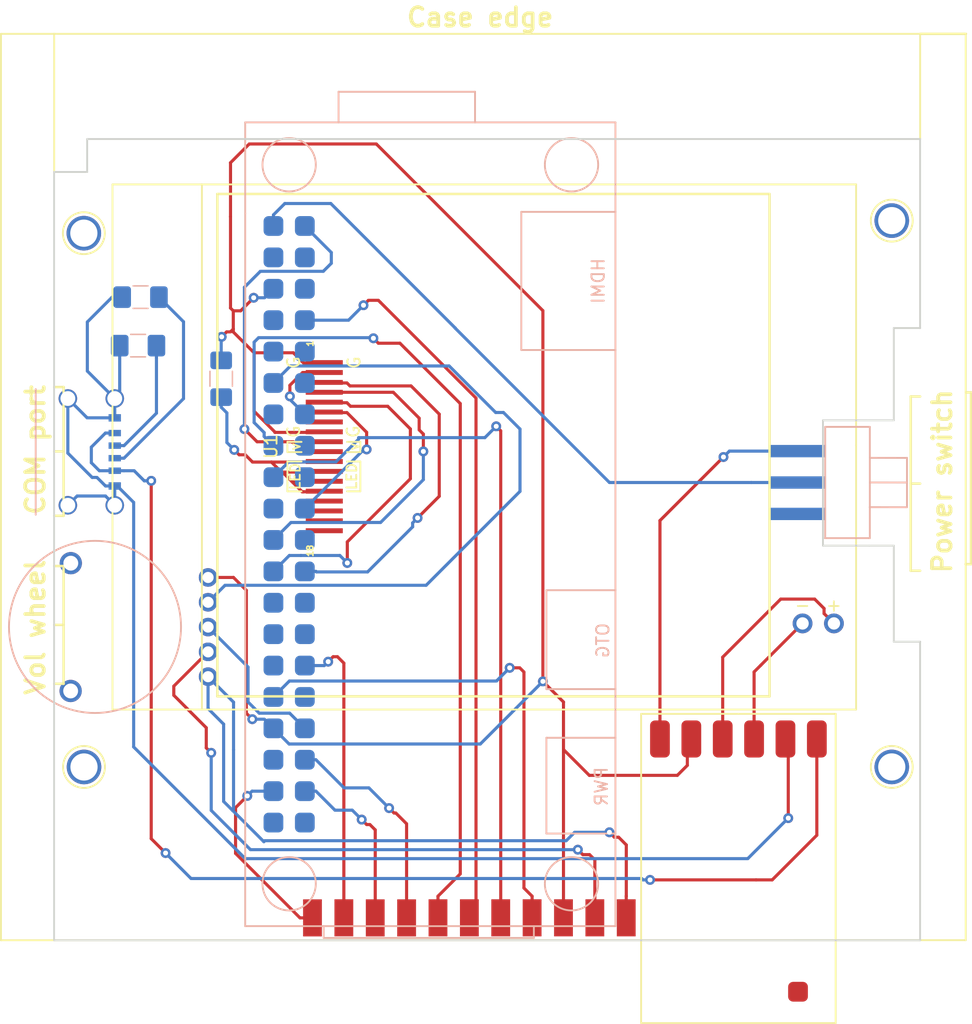
<source format=kicad_pcb>
(kicad_pcb (version 20171130) (host pcbnew 5.0.2+dfsg1-1~bpo9+1)

  (general
    (thickness 1.6)
    (drawings 47)
    (tracks 337)
    (zones 0)
    (modules 15)
    (nets 57)
  )

  (page A4)
  (layers
    (0 F.Cu signal)
    (31 B.Cu signal)
    (32 B.Adhes user)
    (33 F.Adhes user)
    (34 B.Paste user)
    (35 F.Paste user)
    (36 B.SilkS user)
    (37 F.SilkS user)
    (38 B.Mask user)
    (39 F.Mask user)
    (40 Dwgs.User user)
    (41 Cmts.User user)
    (42 Eco1.User user)
    (43 Eco2.User user)
    (44 Edge.Cuts user)
    (45 Margin user)
    (46 B.CrtYd user)
    (47 F.CrtYd user)
    (48 B.Fab user)
    (49 F.Fab user)
  )

  (setup
    (last_trace_width 0.25)
    (trace_clearance 0.2)
    (zone_clearance 0.508)
    (zone_45_only no)
    (trace_min 0.2)
    (segment_width 0.15)
    (edge_width 0.15)
    (via_size 0.8)
    (via_drill 0.4)
    (via_min_size 0.4)
    (via_min_drill 0.3)
    (uvia_size 0.3)
    (uvia_drill 0.1)
    (uvias_allowed no)
    (uvia_min_size 0.2)
    (uvia_min_drill 0.1)
    (pcb_text_width 0.3)
    (pcb_text_size 1.5 1.5)
    (mod_edge_width 0.15)
    (mod_text_size 1 1)
    (mod_text_width 0.15)
    (pad_size 1.524 1.524)
    (pad_drill 0.762)
    (pad_to_mask_clearance 0.051)
    (solder_mask_min_width 0.25)
    (aux_axis_origin 0 0)
    (visible_elements FFFFFF7F)
    (pcbplotparams
      (layerselection 0x010f0_ffffffff)
      (usegerberextensions false)
      (usegerberattributes false)
      (usegerberadvancedattributes false)
      (creategerberjobfile false)
      (excludeedgelayer true)
      (linewidth 0.100000)
      (plotframeref false)
      (viasonmask false)
      (mode 1)
      (useauxorigin false)
      (hpglpennumber 1)
      (hpglpenspeed 20)
      (hpglpendiameter 15.000000)
      (psnegative false)
      (psa4output false)
      (plotreference true)
      (plotvalue true)
      (plotinvisibletext false)
      (padsonsilk false)
      (subtractmaskfromsilk false)
      (outputformat 1)
      (mirror false)
      (drillshape 0)
      (scaleselection 1)
      (outputdirectory "gerbers/"))
  )

  (net 0 "")
  (net 1 "Net-(J1-Pad1)")
  (net 2 "Net-(J1-Pad2)")
  (net 3 "Net-(J1-Pad3)")
  (net 4 "Net-(J1-Pad4)")
  (net 5 "Net-(J1-Pad5)")
  (net 6 "Net-(J1-Pad7)")
  (net 7 "Net-(J1-Pad8)")
  (net 8 "Net-(J1-Pad9)")
  (net 9 "Net-(J1-Pad10)")
  (net 10 "Net-(J1-Pad11)")
  (net 11 "Net-(J1-Pad12)")
  (net 12 "Net-(J1-Pad13)")
  (net 13 "Net-(J1-Pad14)")
  (net 14 "Net-(J1-Pad15)")
  (net 15 "Net-(J1-Pad16)")
  (net 16 "Net-(J1-Pad17)")
  (net 17 "Net-(J1-Pad18)")
  (net 18 "Net-(J1-Pad19)")
  (net 19 "Net-(J1-Pad20)")
  (net 20 "Net-(J1-Pad21)")
  (net 21 "Net-(J1-Pad22)")
  (net 22 "Net-(J1-Pad23)")
  (net 23 "Net-(J1-Pad24)")
  (net 24 "Net-(J1-Pad25)")
  (net 25 "Net-(J1-Pad26)")
  (net 26 "Net-(J1-Pad27)")
  (net 27 "Net-(J1-Pad28)")
  (net 28 "Net-(J1-Pad29)")
  (net 29 "Net-(J1-Pad30)")
  (net 30 "Net-(J1-Pad31)")
  (net 31 "Net-(J1-Pad32)")
  (net 32 "Net-(J1-Pad33)")
  (net 33 "Net-(J1-Pad34)")
  (net 34 "Net-(J1-Pad35)")
  (net 35 "Net-(J1-Pad36)")
  (net 36 "Net-(J1-Pad37)")
  (net 37 "Net-(J1-Pad38)")
  (net 38 "Net-(J1-Pad39)")
  (net 39 "Net-(J1-Pad40)")
  (net 40 "Net-(U1-Pad7)")
  (net 41 "Net-(U1-Pad15)")
  (net 42 "Net-(U1-Pad16)")
  (net 43 "Net-(U1-Pad17)")
  (net 44 "Net-(U1-Pad18)")
  (net 45 "Net-(SW1-Pad1)")
  (net 46 "Net-(SW1-Pad3)")
  (net 47 "Net-(R1-Pad2)")
  (net 48 "Net-(U4-Pad4)")
  (net 49 "Net-(U4-Pad5)")
  (net 50 "Net-(U2-Pad1)")
  (net 51 "Net-(U2-Pad2)")
  (net 52 "Net-(R2-Pad1)")
  (net 53 "Net-(R2-Pad2)")
  (net 54 "Net-(R3-Pad2)")
  (net 55 "Net-(U3-Pad1)")
  (net 56 "Net-(U3-Pad7)")

  (net_class Default "This is the default net class."
    (clearance 0.2)
    (trace_width 0.25)
    (via_dia 0.8)
    (via_drill 0.4)
    (uvia_dia 0.3)
    (uvia_drill 0.1)
    (add_net "Net-(J1-Pad1)")
    (add_net "Net-(J1-Pad10)")
    (add_net "Net-(J1-Pad11)")
    (add_net "Net-(J1-Pad12)")
    (add_net "Net-(J1-Pad13)")
    (add_net "Net-(J1-Pad14)")
    (add_net "Net-(J1-Pad15)")
    (add_net "Net-(J1-Pad16)")
    (add_net "Net-(J1-Pad17)")
    (add_net "Net-(J1-Pad18)")
    (add_net "Net-(J1-Pad19)")
    (add_net "Net-(J1-Pad2)")
    (add_net "Net-(J1-Pad20)")
    (add_net "Net-(J1-Pad21)")
    (add_net "Net-(J1-Pad22)")
    (add_net "Net-(J1-Pad23)")
    (add_net "Net-(J1-Pad24)")
    (add_net "Net-(J1-Pad25)")
    (add_net "Net-(J1-Pad26)")
    (add_net "Net-(J1-Pad27)")
    (add_net "Net-(J1-Pad28)")
    (add_net "Net-(J1-Pad29)")
    (add_net "Net-(J1-Pad3)")
    (add_net "Net-(J1-Pad30)")
    (add_net "Net-(J1-Pad31)")
    (add_net "Net-(J1-Pad32)")
    (add_net "Net-(J1-Pad33)")
    (add_net "Net-(J1-Pad34)")
    (add_net "Net-(J1-Pad35)")
    (add_net "Net-(J1-Pad36)")
    (add_net "Net-(J1-Pad37)")
    (add_net "Net-(J1-Pad38)")
    (add_net "Net-(J1-Pad39)")
    (add_net "Net-(J1-Pad4)")
    (add_net "Net-(J1-Pad40)")
    (add_net "Net-(J1-Pad5)")
    (add_net "Net-(J1-Pad7)")
    (add_net "Net-(J1-Pad8)")
    (add_net "Net-(J1-Pad9)")
    (add_net "Net-(R1-Pad2)")
    (add_net "Net-(R2-Pad1)")
    (add_net "Net-(R2-Pad2)")
    (add_net "Net-(R3-Pad2)")
    (add_net "Net-(SW1-Pad1)")
    (add_net "Net-(SW1-Pad3)")
    (add_net "Net-(U1-Pad15)")
    (add_net "Net-(U1-Pad16)")
    (add_net "Net-(U1-Pad17)")
    (add_net "Net-(U1-Pad18)")
    (add_net "Net-(U1-Pad7)")
    (add_net "Net-(U2-Pad1)")
    (add_net "Net-(U2-Pad2)")
    (add_net "Net-(U3-Pad1)")
    (add_net "Net-(U3-Pad7)")
    (add_net "Net-(U4-Pad4)")
    (add_net "Net-(U4-Pad5)")
  )

  (module screens:2.4_screen_ribbon_breakout (layer F.Cu) (tedit 5C61C4E3) (tstamp 5F1F4464)
    (at 134.2136 80.23352 270)
    (path /5EFDFDD1)
    (fp_text reference U1 (at 0 2.794 270) (layer F.SilkS)
      (effects (font (size 1 1) (thickness 0.15)))
    )
    (fp_text value 2.4_screen_ribbon (at 0 -5.715 270) (layer F.Fab)
      (effects (font (size 1 1) (thickness 0.15)))
    )
    (fp_text user 1 (at -8.3312 -0.381 270) (layer F.SilkS)
      (effects (font (size 0.5 0.5) (thickness 0.125)))
    )
    (fp_text user 18 (at 8.4328 -0.381 270) (layer F.SilkS)
      (effects (font (size 0.5 0.5) (thickness 0.125)))
    )
    (fp_line (start 21.2725 0) (end 21.2725 -44.577) (layer F.SilkS) (width 0.15))
    (fp_line (start 21.2725 0) (end 21.2725 15.621) (layer F.SilkS) (width 0.15))
    (fp_line (start 21.2725 15.621) (end -21.209 15.621) (layer F.SilkS) (width 0.15))
    (fp_line (start -21.209 15.621) (end -21.209 -44.577) (layer F.SilkS) (width 0.15))
    (fp_line (start -21.209 -44.577) (end -0.127 -44.577) (layer F.SilkS) (width 0.15))
    (fp_line (start 21.2725 -44.577) (end -0.127 -44.577) (layer F.SilkS) (width 0.15))
    (fp_line (start 0.4445 0.3175) (end 0.4445 1.4605) (layer F.SilkS) (width 0.15))
    (fp_line (start 0.4445 1.4605) (end -0.381 1.4605) (layer F.SilkS) (width 0.15))
    (fp_line (start -0.381 1.4605) (end -0.381 0.3175) (layer F.SilkS) (width 0.15))
    (fp_line (start 1.2065 -3.3655) (end 1.2065 -4.445) (layer F.SilkS) (width 0.15))
    (fp_line (start 0.4445 -4.445) (end -0.381 -4.445) (layer F.SilkS) (width 0.15))
    (fp_line (start 0.4445 -3.3655) (end 0.4445 -4.445) (layer F.SilkS) (width 0.15))
    (fp_line (start -0.381 -4.445) (end -0.381 -3.3655) (layer F.SilkS) (width 0.15))
    (fp_line (start 3.6195 -3.3655) (end 3.6195 -4.445) (layer F.SilkS) (width 0.15))
    (fp_line (start 3.6195 -4.445) (end 1.2065 -4.445) (layer F.SilkS) (width 0.15))
    (fp_text user v (at 0 -3.937 90) (layer F.SilkS)
      (effects (font (size 0.8 0.8) (thickness 0.15)))
    )
    (fp_text user LED (at 2.413 -3.7465 90) (layer F.SilkS)
      (effects (font (size 0.8 0.8) (thickness 0.15)))
    )
    (fp_text user LED (at 2.413 0.8255 270) (layer F.SilkS)
      (effects (font (size 0.8 0.8) (thickness 0.15)))
    )
    (fp_text user v (at 0 0.8255 270) (layer F.SilkS)
      (effects (font (size 0.8 0.8) (thickness 0.15)))
    )
    (fp_text user G (at -1.2065 -3.8735 270) (layer F.SilkS)
      (effects (font (size 1 1) (thickness 0.15)))
    )
    (fp_text user G (at -1.2065 0.9525 270) (layer F.SilkS)
      (effects (font (size 1 1) (thickness 0.15)))
    )
    (fp_text user G (at -6.7945 -3.937 270) (layer F.SilkS)
      (effects (font (size 1 1) (thickness 0.15)))
    )
    (fp_text user G (at -6.7945 0.9525 270) (layer F.SilkS)
      (effects (font (size 1 1) (thickness 0.15)))
    )
    (fp_line (start 1.2065 0.3175) (end 1.2065 1.4605) (layer F.SilkS) (width 0.15))
    (fp_line (start 1.2065 1.4605) (end 3.6195 1.4605) (layer F.SilkS) (width 0.15))
    (fp_line (start 3.6195 1.4605) (end 3.6195 0.3175) (layer F.SilkS) (width 0.15))
    (fp_line (start -21.209 8.382) (end 21.2725 8.382) (layer F.SilkS) (width 0.15))
    (pad 1 smd rect (at -6.7945 -1.524 270) (size 0.4 3) (layers F.Cu F.Paste F.Mask)
      (net 33 "Net-(J1-Pad34)"))
    (pad 2 smd rect (at -5.9944 -1.524 270) (size 0.4 3) (layers F.Cu F.Paste F.Mask)
      (net 12 "Net-(J1-Pad13)"))
    (pad 3 smd rect (at -5.1943 -1.524 270) (size 0.4 3) (layers F.Cu F.Paste F.Mask)
      (net 22 "Net-(J1-Pad23)"))
    (pad 4 smd rect (at -4.3942 -1.524 270) (size 0.4 3) (layers F.Cu F.Paste F.Mask)
      (net 21 "Net-(J1-Pad22)"))
    (pad 5 smd rect (at -3.5941 -1.524 270) (size 0.4 3) (layers F.Cu F.Paste F.Mask)
      (net 23 "Net-(J1-Pad24)"))
    (pad 6 smd rect (at -2.794 -1.524 270) (size 0.4 3) (layers F.Cu F.Paste F.Mask)
      (net 18 "Net-(J1-Pad19)"))
    (pad 7 smd rect (at -1.9939 -1.524 270) (size 0.4 3) (layers F.Cu F.Paste F.Mask)
      (net 40 "Net-(U1-Pad7)"))
    (pad 8 smd rect (at -1.1938 -1.524 270) (size 0.4 3) (layers F.Cu F.Paste F.Mask)
      (net 33 "Net-(J1-Pad34)"))
    (pad 9 smd rect (at -0.3937 -1.524 270) (size 0.4 3) (layers F.Cu F.Paste F.Mask)
      (net 1 "Net-(J1-Pad1)"))
    (pad 10 smd rect (at 0.4064 -1.524 270) (size 0.4 3) (layers F.Cu F.Paste F.Mask)
      (net 1 "Net-(J1-Pad1)"))
    (pad 11 smd rect (at 1.2065 -1.524 270) (size 0.4 3) (layers F.Cu F.Paste F.Mask)
      (net 47 "Net-(R1-Pad2)"))
    (pad 12 smd rect (at 2.0066 -1.524 270) (size 0.4 3) (layers F.Cu F.Paste F.Mask)
      (net 47 "Net-(R1-Pad2)"))
    (pad 13 smd rect (at 2.8067 -1.524 270) (size 0.4 3) (layers F.Cu F.Paste F.Mask)
      (net 47 "Net-(R1-Pad2)"))
    (pad 14 smd rect (at 3.6068 -1.524 270) (size 0.4 3) (layers F.Cu F.Paste F.Mask)
      (net 47 "Net-(R1-Pad2)"))
    (pad 15 smd rect (at 4.4069 -1.524 270) (size 0.4 3) (layers F.Cu F.Paste F.Mask)
      (net 41 "Net-(U1-Pad15)"))
    (pad 16 smd rect (at 5.207 -1.524 270) (size 0.4 3) (layers F.Cu F.Paste F.Mask)
      (net 42 "Net-(U1-Pad16)"))
    (pad 17 smd rect (at 6.0071 -1.524 270) (size 0.4 3) (layers F.Cu F.Paste F.Mask)
      (net 43 "Net-(U1-Pad17)"))
    (pad 18 smd rect (at 6.8072 -1.524 270) (size 0.4 3) (layers F.Cu F.Paste F.Mask)
      (net 44 "Net-(U1-Pad18)"))
  )

  (module power_bank_boards:power_bank_black_smd (layer F.Cu) (tedit 5F4B82B6) (tstamp 5F62FE23)
    (at 169.26306 103.886 180)
    (path /5F4AC426)
    (fp_text reference U3 (at 0 -6.223 180) (layer F.SilkS) hide
      (effects (font (size 1 1) (thickness 0.15)))
    )
    (fp_text value power_bank_black (at 0 -7.493 180) (layer F.Fab)
      (effects (font (size 1 1) (thickness 0.15)))
    )
    (fp_line (start 0 2.032) (end 7.874 2.032) (layer F.SilkS) (width 0.15))
    (fp_line (start 7.874 2.032) (end 7.874 -22.987) (layer F.SilkS) (width 0.15))
    (fp_line (start 7.874 -22.987) (end -7.874 -22.987) (layer F.SilkS) (width 0.15))
    (fp_line (start -7.874 -22.987) (end -7.874 2.032) (layer F.SilkS) (width 0.15))
    (fp_line (start -7.874 2.032) (end 0 2.032) (layer F.SilkS) (width 0.15))
    (pad 1 smd roundrect (at -6.35 0 180) (size 1.6 3) (layers F.Cu F.Paste F.Mask) (roundrect_rratio 0.25)
      (net 55 "Net-(U3-Pad1)"))
    (pad 2 smd roundrect (at -3.81 0 180) (size 1.6 3) (layers F.Cu F.Paste F.Mask) (roundrect_rratio 0.25)
      (net 52 "Net-(R2-Pad1)"))
    (pad 3 smd roundrect (at -1.27 0 180) (size 1.6 3) (layers F.Cu F.Paste F.Mask) (roundrect_rratio 0.25)
      (net 50 "Net-(U2-Pad1)"))
    (pad 4 smd roundrect (at 1.27 0 180) (size 1.6 3) (layers F.Cu F.Paste F.Mask) (roundrect_rratio 0.25)
      (net 51 "Net-(U2-Pad2)"))
    (pad 5 smd roundrect (at 3.81 0 180) (size 1.6 3) (layers F.Cu F.Paste F.Mask) (roundrect_rratio 0.25)
      (net 33 "Net-(J1-Pad34)"))
    (pad 6 smd roundrect (at 6.35 0 180) (size 1.6 3) (layers F.Cu F.Paste F.Mask) (roundrect_rratio 0.25)
      (net 46 "Net-(SW1-Pad3)"))
    (pad 7 smd roundrect (at -4.826 -20.447 180) (size 1.6 1.6) (layers F.Cu F.Paste F.Mask) (roundrect_rratio 0.25)
      (net 56 "Net-(U3-Pad7)"))
  )

  (module raspberry_pi_gpio_custom:raspberry_pi_gpio_SMD_outline_under_holes (layer B.Cu) (tedit 5F1F2CED) (tstamp 5F2E821A)
    (at 132.8928 86.51748 90)
    (path /5EFDFCCA)
    (fp_text reference J1 (at -0.254 -8.382 90) (layer B.SilkS) hide
      (effects (font (size 1 1) (thickness 0.15)) (justify mirror))
    )
    (fp_text value Raspberry_Pi_2_3 (at 0 10.922 90) (layer B.Fab) hide
      (effects (font (size 1 1) (thickness 0.15)) (justify mirror))
    )
    (fp_line (start -25.146 -3.556) (end 25.146 -3.556) (layer B.SilkS) (width 0.15))
    (fp_line (start -32.512 -3.556) (end -25.146 -3.556) (layer B.SilkS) (width 0.15))
    (fp_line (start -32.512 -3.556) (end -32.512 26.416) (layer B.SilkS) (width 0.15))
    (fp_line (start 32.512 -3.556) (end 25.146 -3.556) (layer B.SilkS) (width 0.15))
    (fp_line (start 32.512 -3.556) (end 32.512 26.416) (layer B.SilkS) (width 0.15))
    (fp_line (start 32.512 26.416) (end -32.512 26.416) (layer B.SilkS) (width 0.15))
    (fp_line (start 14.097 26.416) (end 14.097 18.796) (layer B.SilkS) (width 0.15))
    (fp_line (start 14.097 18.796) (end 25.273 18.796) (layer B.SilkS) (width 0.15))
    (fp_line (start 25.273 18.796) (end 25.273 26.416) (layer B.SilkS) (width 0.15))
    (fp_text user HDMI (at 19.685 25.019 90) (layer B.SilkS)
      (effects (font (size 1 1) (thickness 0.15)) (justify mirror))
    )
    (fp_line (start -17.272 26.416) (end -17.272 20.828) (layer B.SilkS) (width 0.15))
    (fp_line (start -17.272 20.828) (end -25.019 20.828) (layer B.SilkS) (width 0.15))
    (fp_line (start -25.019 20.828) (end -25.019 26.416) (layer B.SilkS) (width 0.15))
    (fp_line (start -5.334 26.416) (end -5.334 20.828) (layer B.SilkS) (width 0.15))
    (fp_line (start -5.334 20.828) (end -13.335 20.828) (layer B.SilkS) (width 0.15))
    (fp_line (start -13.335 20.828) (end -13.335 26.416) (layer B.SilkS) (width 0.15))
    (fp_text user OTG (at -9.398 25.4 90) (layer B.SilkS)
      (effects (font (size 1 1) (thickness 0.15)) (justify mirror))
    )
    (fp_text user PWR (at -21.209 25.273 90) (layer B.SilkS)
      (effects (font (size 1 1) (thickness 0.15)) (justify mirror))
    )
    (fp_circle (center 29.083 22.86) (end 31.242 22.86) (layer B.SilkS) (width 0.15))
    (fp_circle (center 29.083 0) (end 31.242 0) (layer B.SilkS) (width 0.15))
    (fp_circle (center -29.083 0) (end -26.924 0) (layer B.SilkS) (width 0.15))
    (fp_circle (center -29.083 22.86) (end -26.924 22.86) (layer B.SilkS) (width 0.15))
    (fp_line (start 34.9885 15.0495) (end 34.9885 4.0005) (layer B.SilkS) (width 0.15))
    (fp_line (start 34.9885 4.0005) (end 32.512 4.0005) (layer B.SilkS) (width 0.15))
    (fp_line (start 34.9885 15.0495) (end 32.512 15.0495) (layer B.SilkS) (width 0.15))
    (fp_line (start -33.4645 2.794) (end -33.4645 19.812) (layer B.SilkS) (width 0.15))
    (fp_line (start -33.4645 19.812) (end -32.512 19.812) (layer B.SilkS) (width 0.15))
    (fp_line (start -33.4645 2.794) (end -32.512 2.794) (layer B.SilkS) (width 0.15))
    (pad 1 smd roundrect (at 24.13 1.27 270) (size 1.6 1.6) (layers B.Cu B.Paste B.Mask) (roundrect_rratio 0.25)
      (net 1 "Net-(J1-Pad1)"))
    (pad 2 smd roundrect (at 24.13 -1.27 270) (size 1.6 1.6) (layers B.Cu B.Paste B.Mask) (roundrect_rratio 0.25)
      (net 2 "Net-(J1-Pad2)"))
    (pad 3 smd roundrect (at 21.59 1.27 270) (size 1.6 1.6) (layers B.Cu B.Paste B.Mask) (roundrect_rratio 0.25)
      (net 3 "Net-(J1-Pad3)"))
    (pad 4 smd roundrect (at 21.59 -1.27 270) (size 1.6 1.6) (layers B.Cu B.Paste B.Mask) (roundrect_rratio 0.25)
      (net 4 "Net-(J1-Pad4)"))
    (pad 5 smd roundrect (at 19.05 1.27 270) (size 1.6 1.6) (layers B.Cu B.Paste B.Mask) (roundrect_rratio 0.25)
      (net 5 "Net-(J1-Pad5)"))
    (pad 6 smd roundrect (at 19.05 -1.27 270) (size 1.6 1.6) (layers B.Cu B.Paste B.Mask) (roundrect_rratio 0.25)
      (net 33 "Net-(J1-Pad34)"))
    (pad 7 smd roundrect (at 16.51 1.27 270) (size 1.6 1.6) (layers B.Cu B.Paste B.Mask) (roundrect_rratio 0.25)
      (net 6 "Net-(J1-Pad7)"))
    (pad 8 smd roundrect (at 16.51 -1.27 270) (size 1.6 1.6) (layers B.Cu B.Paste B.Mask) (roundrect_rratio 0.25)
      (net 7 "Net-(J1-Pad8)"))
    (pad 9 smd roundrect (at 13.97 1.27 270) (size 1.6 1.6) (layers B.Cu B.Paste B.Mask) (roundrect_rratio 0.25)
      (net 8 "Net-(J1-Pad9)"))
    (pad 10 smd roundrect (at 13.97 -1.27 270) (size 1.6 1.6) (layers B.Cu B.Paste B.Mask) (roundrect_rratio 0.25)
      (net 9 "Net-(J1-Pad10)"))
    (pad 11 smd roundrect (at 11.43 1.27 270) (size 1.6 1.6) (layers B.Cu B.Paste B.Mask) (roundrect_rratio 0.25)
      (net 10 "Net-(J1-Pad11)"))
    (pad 12 smd roundrect (at 11.43 -1.27 270) (size 1.6 1.6) (layers B.Cu B.Paste B.Mask) (roundrect_rratio 0.25)
      (net 11 "Net-(J1-Pad12)"))
    (pad 13 smd roundrect (at 8.89 1.27 270) (size 1.6 1.6) (layers B.Cu B.Paste B.Mask) (roundrect_rratio 0.25)
      (net 12 "Net-(J1-Pad13)"))
    (pad 14 smd roundrect (at 8.89 -1.27 270) (size 1.6 1.6) (layers B.Cu B.Paste B.Mask) (roundrect_rratio 0.25)
      (net 13 "Net-(J1-Pad14)"))
    (pad 15 smd roundrect (at 6.35 1.27 270) (size 1.6 1.6) (layers B.Cu B.Paste B.Mask) (roundrect_rratio 0.25)
      (net 14 "Net-(J1-Pad15)"))
    (pad 16 smd roundrect (at 6.35 -1.27 270) (size 1.6 1.6) (layers B.Cu B.Paste B.Mask) (roundrect_rratio 0.25)
      (net 15 "Net-(J1-Pad16)"))
    (pad 17 smd roundrect (at 3.81 1.27 270) (size 1.6 1.6) (layers B.Cu B.Paste B.Mask) (roundrect_rratio 0.25)
      (net 16 "Net-(J1-Pad17)"))
    (pad 18 smd roundrect (at 3.81 -1.27 270) (size 1.6 1.6) (layers B.Cu B.Paste B.Mask) (roundrect_rratio 0.25)
      (net 17 "Net-(J1-Pad18)"))
    (pad 19 smd roundrect (at 1.27 1.27 270) (size 1.6 1.6) (layers B.Cu B.Paste B.Mask) (roundrect_rratio 0.25)
      (net 18 "Net-(J1-Pad19)"))
    (pad 20 smd roundrect (at 1.27 -1.27 270) (size 1.6 1.6) (layers B.Cu B.Paste B.Mask) (roundrect_rratio 0.25)
      (net 19 "Net-(J1-Pad20)"))
    (pad 21 smd roundrect (at -1.27 1.27 270) (size 1.6 1.6) (layers B.Cu B.Paste B.Mask) (roundrect_rratio 0.25)
      (net 20 "Net-(J1-Pad21)"))
    (pad 22 smd roundrect (at -1.27 -1.27 270) (size 1.6 1.6) (layers B.Cu B.Paste B.Mask) (roundrect_rratio 0.25)
      (net 21 "Net-(J1-Pad22)"))
    (pad 23 smd roundrect (at -3.81 1.27 270) (size 1.6 1.6) (layers B.Cu B.Paste B.Mask) (roundrect_rratio 0.25)
      (net 22 "Net-(J1-Pad23)"))
    (pad 24 smd roundrect (at -3.81 -1.27 270) (size 1.6 1.6) (layers B.Cu B.Paste B.Mask) (roundrect_rratio 0.25)
      (net 23 "Net-(J1-Pad24)"))
    (pad 25 smd roundrect (at -6.35 1.27 270) (size 1.6 1.6) (layers B.Cu B.Paste B.Mask) (roundrect_rratio 0.25)
      (net 24 "Net-(J1-Pad25)"))
    (pad 26 smd roundrect (at -6.35 -1.27 270) (size 1.6 1.6) (layers B.Cu B.Paste B.Mask) (roundrect_rratio 0.25)
      (net 25 "Net-(J1-Pad26)"))
    (pad 27 smd roundrect (at -8.89 1.27 270) (size 1.6 1.6) (layers B.Cu B.Paste B.Mask) (roundrect_rratio 0.25)
      (net 26 "Net-(J1-Pad27)"))
    (pad 28 smd roundrect (at -8.89 -1.27 270) (size 1.6 1.6) (layers B.Cu B.Paste B.Mask) (roundrect_rratio 0.25)
      (net 27 "Net-(J1-Pad28)"))
    (pad 29 smd roundrect (at -11.43 1.27 270) (size 1.6 1.6) (layers B.Cu B.Paste B.Mask) (roundrect_rratio 0.25)
      (net 28 "Net-(J1-Pad29)"))
    (pad 30 smd roundrect (at -11.43 -1.27 270) (size 1.6 1.6) (layers B.Cu B.Paste B.Mask) (roundrect_rratio 0.25)
      (net 29 "Net-(J1-Pad30)"))
    (pad 31 smd roundrect (at -13.97 1.27 270) (size 1.6 1.6) (layers B.Cu B.Paste B.Mask) (roundrect_rratio 0.25)
      (net 30 "Net-(J1-Pad31)"))
    (pad 32 smd roundrect (at -13.97 -1.27 270) (size 1.6 1.6) (layers B.Cu B.Paste B.Mask) (roundrect_rratio 0.25)
      (net 31 "Net-(J1-Pad32)"))
    (pad 33 smd roundrect (at -16.51 1.27 270) (size 1.6 1.6) (layers B.Cu B.Paste B.Mask) (roundrect_rratio 0.25)
      (net 32 "Net-(J1-Pad33)"))
    (pad 34 smd roundrect (at -16.51 -1.27 270) (size 1.6 1.6) (layers B.Cu B.Paste B.Mask) (roundrect_rratio 0.25)
      (net 33 "Net-(J1-Pad34)"))
    (pad 35 smd roundrect (at -19.05 1.27 270) (size 1.6 1.6) (layers B.Cu B.Paste B.Mask) (roundrect_rratio 0.25)
      (net 34 "Net-(J1-Pad35)"))
    (pad 36 smd roundrect (at -19.05 -1.27 270) (size 1.6 1.6) (layers B.Cu B.Paste B.Mask) (roundrect_rratio 0.25)
      (net 35 "Net-(J1-Pad36)"))
    (pad 37 smd roundrect (at -21.59 1.27 270) (size 1.6 1.6) (layers B.Cu B.Paste B.Mask) (roundrect_rratio 0.25)
      (net 36 "Net-(J1-Pad37)"))
    (pad 38 smd roundrect (at -21.59 -1.27 270) (size 1.6 1.6) (layers B.Cu B.Paste B.Mask) (roundrect_rratio 0.25)
      (net 37 "Net-(J1-Pad38)"))
    (pad 39 smd roundrect (at -24.13 1.27 270) (size 1.6 1.6) (layers B.Cu B.Paste B.Mask) (roundrect_rratio 0.25)
      (net 38 "Net-(J1-Pad39)"))
    (pad 40 smd roundrect (at -24.13 -1.27 270) (size 1.6 1.6) (layers B.Cu B.Paste B.Mask) (roundrect_rratio 0.25)
      (net 39 "Net-(J1-Pad40)"))
  )

  (module Resistor_SMD:R_1206_3216Metric_Pad1.42x1.75mm_HandSolder (layer B.Cu) (tedit 5F1F2D1E) (tstamp 5F274FD2)
    (at 120.6643 72.06488)
    (descr "Resistor SMD 1206 (3216 Metric), square (rectangular) end terminal, IPC_7351 nominal with elongated pad for handsoldering. (Body size source: http://www.tortai-tech.com/upload/download/2011102023233369053.pdf), generated with kicad-footprint-generator")
    (tags "resistor handsolder")
    (path /5F1D1159)
    (attr smd)
    (fp_text reference R2 (at 0 1.82) (layer B.SilkS) hide
      (effects (font (size 1 1) (thickness 0.15)) (justify mirror))
    )
    (fp_text value R (at 0 -1.82) (layer B.Fab) hide
      (effects (font (size 1 1) (thickness 0.15)) (justify mirror))
    )
    (fp_line (start -1.6 -0.8) (end -1.6 0.8) (layer B.Fab) (width 0.1))
    (fp_line (start -1.6 0.8) (end 1.6 0.8) (layer B.Fab) (width 0.1))
    (fp_line (start 1.6 0.8) (end 1.6 -0.8) (layer B.Fab) (width 0.1))
    (fp_line (start 1.6 -0.8) (end -1.6 -0.8) (layer B.Fab) (width 0.1))
    (fp_line (start -0.602064 0.91) (end 0.602064 0.91) (layer B.SilkS) (width 0.12))
    (fp_line (start -0.602064 -0.91) (end 0.602064 -0.91) (layer B.SilkS) (width 0.12))
    (fp_line (start -2.45 -1.12) (end -2.45 1.12) (layer B.CrtYd) (width 0.05))
    (fp_line (start -2.45 1.12) (end 2.45 1.12) (layer B.CrtYd) (width 0.05))
    (fp_line (start 2.45 1.12) (end 2.45 -1.12) (layer B.CrtYd) (width 0.05))
    (fp_line (start 2.45 -1.12) (end -2.45 -1.12) (layer B.CrtYd) (width 0.05))
    (fp_text user %R (at 0 0) (layer B.Fab)
      (effects (font (size 0.8 0.8) (thickness 0.12)) (justify mirror))
    )
    (pad 1 smd roundrect (at -1.4875 0) (size 1.425 1.75) (layers B.Cu B.Paste B.Mask) (roundrect_rratio 0.175439)
      (net 52 "Net-(R2-Pad1)"))
    (pad 2 smd roundrect (at 1.4875 0) (size 1.425 1.75) (layers B.Cu B.Paste B.Mask) (roundrect_rratio 0.175439)
      (net 53 "Net-(R2-Pad2)"))
    (model ${KISYS3DMOD}/Resistor_SMD.3dshapes/R_1206_3216Metric.wrl
      (at (xyz 0 0 0))
      (scale (xyz 1 1 1))
      (rotate (xyz 0 0 0))
    )
  )

  (module m3_hole_custom:GBC_mounting_holes (layer F.Cu) (tedit 5F1F2CAF) (tstamp 5CD40947)
    (at 116.29898 106.15422)
    (fp_text reference REF** (at 0.00508 -2.73558) (layer F.SilkS) hide
      (effects (font (size 1 1) (thickness 0.15)))
    )
    (fp_text value GBC_mounting_holes (at -0.01524 -4.37896) (layer F.Fab) hide
      (effects (font (size 1 1) (thickness 0.15)))
    )
    (fp_circle (center -0.0127 -0.00254) (end 1.68402 0.00508) (layer F.SilkS) (width 0.15))
    (pad 1 thru_hole circle (at -0.0127 -0.00254) (size 2.8 2.8) (drill 2.2) (layers *.Cu *.Mask))
  )

  (module m3_hole_custom:GBC_mounting_holes (layer F.Cu) (tedit 5F1F2D6F) (tstamp 5CD4088C)
    (at 181.69128 61.95568)
    (fp_text reference REF** (at 0.00508 -2.73558) (layer F.SilkS) hide
      (effects (font (size 1 1) (thickness 0.15)))
    )
    (fp_text value GBC_mounting_holes (at -0.01524 -4.37896) (layer F.Fab) hide
      (effects (font (size 1 1) (thickness 0.15)))
    )
    (fp_circle (center -0.0127 -0.00254) (end 1.68402 0.00508) (layer F.SilkS) (width 0.15))
    (pad 1 thru_hole circle (at -0.0127 -0.00254) (size 2.8 2.8) (drill 2.2) (layers *.Cu *.Mask))
  )

  (module m3_hole_custom:GBC_mounting_holes (layer F.Cu) (tedit 5F1F2CC2) (tstamp 5CD4092C)
    (at 116.28628 62.97168)
    (fp_text reference REF** (at 0.00508 -2.73558) (layer F.SilkS) hide
      (effects (font (size 1 1) (thickness 0.15)))
    )
    (fp_text value GBC_mounting_holes (at -0.01524 -4.37896) (layer F.Fab) hide
      (effects (font (size 1 1) (thickness 0.15)))
    )
    (fp_circle (center -0.0127 -0.00254) (end 1.68402 0.00508) (layer F.SilkS) (width 0.15))
    (pad 1 thru_hole circle (at -0.0127 -0.00254) (size 2.8 2.8) (drill 2.2) (layers *.Cu *.Mask))
  )

  (module m3_hole_custom:GBC_mounting_holes (layer F.Cu) (tedit 5F1F2BE8) (tstamp 5CD40A81)
    (at 181.69128 106.15168)
    (fp_text reference REF** (at 0.00508 -2.73558) (layer F.SilkS) hide
      (effects (font (size 1 1) (thickness 0.15)))
    )
    (fp_text value GBC_mounting_holes (at -0.01524 -4.37896) (layer F.Fab) hide
      (effects (font (size 1 1) (thickness 0.15)))
    )
    (fp_circle (center -0.0127 -0.00254) (end 1.68402 0.00508) (layer F.SilkS) (width 0.15))
    (pad 1 thru_hole circle (at -0.0127 -0.00254) (size 2.8 2.8) (drill 2.2) (layers *.Cu *.Mask))
  )

  (module buttons_custom:3_pin_switch_smd_side_mount (layer B.Cu) (tedit 5F1F2CDA) (tstamp 5F2E3B5D)
    (at 174.0408 83.13928 90)
    (path /5F15D3D6)
    (fp_text reference SW1 (at 0.9398 -16.06296 90) (layer B.SilkS) hide
      (effects (font (size 1 1) (thickness 0.15)) (justify mirror))
    )
    (fp_text value SW_Push_SPDT (at -0.127 -11.59256 90) (layer B.Fab) hide
      (effects (font (size 1 1) (thickness 0.15)) (justify mirror))
    )
    (fp_line (start -4.50088 5.85216) (end -4.50088 2.24028) (layer B.SilkS) (width 0.15))
    (fp_line (start -4.50088 2.24028) (end -4.50088 2.25044) (layer B.SilkS) (width 0.15))
    (fp_line (start 4.50088 5.86232) (end 4.50088 2.25044) (layer B.SilkS) (width 0.15))
    (fp_line (start 4.50088 2.25044) (end -4.50596 2.25044) (layer B.SilkS) (width 0.15))
    (fp_line (start 4.50088 5.86232) (end -4.50596 5.86232) (layer B.SilkS) (width 0.15))
    (fp_line (start -1.99644 5.85216) (end -2.00152 8.85444) (layer B.SilkS) (width 0.15))
    (fp_line (start 1.99644 5.87248) (end 1.99136 8.87476) (layer B.SilkS) (width 0.15))
    (fp_line (start 1.99136 8.86968) (end -1.99644 8.86968) (layer B.SilkS) (width 0.15))
    (fp_line (start 0.00508 5.8674) (end 0 8.86968) (layer B.SilkS) (width 0.15))
    (pad 2 smd rect (at 0 0 90) (size 1 4.5) (layers B.Cu B.Paste B.Mask)
      (net 2 "Net-(J1-Pad2)"))
    (pad 3 smd rect (at 2.54 0 90) (size 1 4.5) (layers B.Cu B.Paste B.Mask)
      (net 46 "Net-(SW1-Pad3)"))
    (pad 1 smd rect (at -2.54 0 90) (size 1 4.5) (layers B.Cu B.Paste B.Mask)
      (net 45 "Net-(SW1-Pad1)"))
  )

  (module Resistor_SMD:R_1206_3216Metric_Pad1.42x1.75mm_HandSolder (layer B.Cu) (tedit 5F1F2D26) (tstamp 5F2E3DE5)
    (at 127.39116 74.74618 270)
    (descr "Resistor SMD 1206 (3216 Metric), square (rectangular) end terminal, IPC_7351 nominal with elongated pad for handsoldering. (Body size source: http://www.tortai-tech.com/upload/download/2011102023233369053.pdf), generated with kicad-footprint-generator")
    (tags "resistor handsolder")
    (path /5F15D455)
    (attr smd)
    (fp_text reference R1 (at 0 1.82 270) (layer B.SilkS) hide
      (effects (font (size 1 1) (thickness 0.15)) (justify mirror))
    )
    (fp_text value R (at 0 -1.82 270) (layer B.Fab) hide
      (effects (font (size 1 1) (thickness 0.15)) (justify mirror))
    )
    (fp_line (start -1.6 -0.8) (end -1.6 0.8) (layer B.Fab) (width 0.1))
    (fp_line (start -1.6 0.8) (end 1.6 0.8) (layer B.Fab) (width 0.1))
    (fp_line (start 1.6 0.8) (end 1.6 -0.8) (layer B.Fab) (width 0.1))
    (fp_line (start 1.6 -0.8) (end -1.6 -0.8) (layer B.Fab) (width 0.1))
    (fp_line (start -0.602064 0.91) (end 0.602064 0.91) (layer B.SilkS) (width 0.12))
    (fp_line (start -0.602064 -0.91) (end 0.602064 -0.91) (layer B.SilkS) (width 0.12))
    (fp_line (start -2.45 -1.12) (end -2.45 1.12) (layer B.CrtYd) (width 0.05))
    (fp_line (start -2.45 1.12) (end 2.45 1.12) (layer B.CrtYd) (width 0.05))
    (fp_line (start 2.45 1.12) (end 2.45 -1.12) (layer B.CrtYd) (width 0.05))
    (fp_line (start 2.45 -1.12) (end -2.45 -1.12) (layer B.CrtYd) (width 0.05))
    (fp_text user %R (at 0 0 270) (layer B.Fab)
      (effects (font (size 0.8 0.8) (thickness 0.12)) (justify mirror))
    )
    (pad 1 smd roundrect (at -1.4875 0 270) (size 1.425 1.75) (layers B.Cu B.Paste B.Mask) (roundrect_rratio 0.175439)
      (net 33 "Net-(J1-Pad34)"))
    (pad 2 smd roundrect (at 1.4875 0 270) (size 1.425 1.75) (layers B.Cu B.Paste B.Mask) (roundrect_rratio 0.175439)
      (net 47 "Net-(R1-Pad2)"))
    (model ${KISYS3DMOD}/Resistor_SMD.3dshapes/R_1206_3216Metric.wrl
      (at (xyz 0 0 0))
      (scale (xyz 1 1 1))
      (rotate (xyz 0 0 0))
    )
  )

  (module Sound_stuff_custom:GBC_pot_custom (layer B.Cu) (tedit 5F1F2CE7) (tstamp 5F1F2983)
    (at 126.32944 94.83344 270)
    (path /5F15D170)
    (fp_text reference U4 (at -0.0254 -4.4958 270) (layer B.SilkS) hide
      (effects (font (size 1 1) (thickness 0.15)) (justify mirror))
    )
    (fp_text value sound_pot_5pin (at -0.0254 -2.0574 270) (layer B.Fab) hide
      (effects (font (size 1 1) (thickness 0.15)) (justify mirror))
    )
    (fp_circle (center -0.0127 9.153352) (end -6.9723 8.937452) (layer B.SilkS) (width 0.15))
    (pad 1 thru_hole circle (at -4.0132 0 270) (size 1.5 1.5) (drill 0.9) (layers *.Cu *.Mask)
      (net 33 "Net-(J1-Pad34)"))
    (pad 2 thru_hole circle (at -2.0066 0 270) (size 1.5 1.5) (drill 0.9) (layers *.Cu *.Mask)
      (net 11 "Net-(J1-Pad12)"))
    (pad 3 thru_hole circle (at 0 0 270) (size 1.5 1.5) (drill 0.9) (layers *.Cu *.Mask)
      (net 32 "Net-(J1-Pad33)"))
    (pad 4 thru_hole circle (at 2.0066 0 270) (size 1.5 1.5) (drill 0.9) (layers *.Cu *.Mask)
      (net 48 "Net-(U4-Pad4)"))
    (pad 5 thru_hole circle (at 4.0132 0 270) (size 1.5 1.5) (drill 0.9) (layers *.Cu *.Mask)
      (net 49 "Net-(U4-Pad5)"))
    (pad 6 thru_hole circle (at 5.1689 11.1252 270) (size 1.8 1.8) (drill 1.2) (layers *.Cu *.Mask))
    (pad 7 thru_hole circle (at -5.1689 11.1125 270) (size 1.8 1.8) (drill 1.2) (layers *.Cu *.Mask))
  )

  (module battery_connector_custom:vcc_gnd_2pin_custom (layer F.Cu) (tedit 5F1F2BD6) (tstamp 5F228A1E)
    (at 175.72736 94.5388)
    (path /5F15D27B)
    (fp_text reference U2 (at 0 2.04216) (layer F.SilkS) hide
      (effects (font (size 1 1) (thickness 0.15)))
    )
    (fp_text value battery_custom (at 0 -2.50952) (layer F.Fab) hide
      (effects (font (size 1 1) (thickness 0.15)))
    )
    (fp_text user - (at -1.27 -1.48336) (layer F.SilkS)
      (effects (font (size 1 1) (thickness 0.15)))
    )
    (fp_text user + (at 1.26492 -1.48336) (layer F.SilkS)
      (effects (font (size 1 1) (thickness 0.15)))
    )
    (pad 1 thru_hole circle (at -1.27 0) (size 1.6 1.6) (drill 1) (layers *.Cu *.Mask)
      (net 50 "Net-(U2-Pad1)"))
    (pad 2 thru_hole circle (at 1.27 0) (size 1.6 1.6) (drill 1) (layers *.Cu *.Mask)
      (net 51 "Net-(U2-Pad2)"))
  )

  (module headers_custom:GBC_controller_side_basic (layer F.Cu) (tedit 5F1F2CA2) (tstamp 5F228B33)
    (at 148.75256 118.35384 180)
    (path /5F160EE3)
    (fp_text reference U6 (at 0.04572 -5.13588 180) (layer F.SilkS) hide
      (effects (font (size 1 1) (thickness 0.15)))
    )
    (fp_text value gbc_button_connector (at 0.04572 6.17728 180) (layer F.Fab) hide
      (effects (font (size 1 1) (thickness 0.15)))
    )
    (pad 7 smd rect (at -1.27 0 180) (size 1.524 3) (layers F.Cu F.Paste F.Mask)
      (net 17 "Net-(J1-Pad18)"))
    (pad 6 smd rect (at 1.27 0 180) (size 1.524 3) (layers F.Cu F.Paste F.Mask)
      (net 6 "Net-(J1-Pad7)"))
    (pad 5 smd rect (at 3.81 0 180) (size 1.524 3) (layers F.Cu F.Paste F.Mask)
      (net 15 "Net-(J1-Pad16)"))
    (pad 4 smd rect (at 6.35 -0.00508 180) (size 1.524 3) (layers F.Cu F.Paste F.Mask)
      (net 34 "Net-(J1-Pad35)"))
    (pad 3 smd rect (at 8.89 -0.00508 180) (size 1.524 3) (layers F.Cu F.Paste F.Mask)
      (net 36 "Net-(J1-Pad37)"))
    (pad 8 smd rect (at -3.81 0 180) (size 1.524 3) (layers F.Cu F.Paste F.Mask)
      (net 31 "Net-(J1-Pad32)"))
    (pad 9 smd rect (at -6.35 0 180) (size 1.524 3) (layers F.Cu F.Paste F.Mask)
      (net 33 "Net-(J1-Pad34)"))
    (pad 11 smd rect (at -11.43 0 180) (size 1.524 3) (layers F.Cu F.Paste F.Mask)
      (net 49 "Net-(U4-Pad5)"))
    (pad 10 smd rect (at -8.89 0 180) (size 1.524 3) (layers F.Cu F.Paste F.Mask)
      (net 48 "Net-(U4-Pad4)"))
    (pad 2 smd rect (at 11.43 0 180) (size 1.524 3) (layers F.Cu F.Paste F.Mask)
      (net 28 "Net-(J1-Pad29)"))
    (pad 1 smd rect (at 13.97 -0.00508 180) (size 1.524 3) (layers F.Cu F.Paste F.Mask)
      (net 37 "Net-(J1-Pad38)"))
  )

  (module Resistor_SMD:R_1206_3216Metric_Pad1.42x1.75mm_HandSolder (layer B.Cu) (tedit 5F1F2D1B) (tstamp 5F274FE3)
    (at 120.8643 68.14312)
    (descr "Resistor SMD 1206 (3216 Metric), square (rectangular) end terminal, IPC_7351 nominal with elongated pad for handsoldering. (Body size source: http://www.tortai-tech.com/upload/download/2011102023233369053.pdf), generated with kicad-footprint-generator")
    (tags "resistor handsolder")
    (path /5F1E2708)
    (attr smd)
    (fp_text reference R3 (at 0 1.82) (layer B.SilkS) hide
      (effects (font (size 1 1) (thickness 0.15)) (justify mirror))
    )
    (fp_text value R (at 0 -1.82) (layer B.Fab) hide
      (effects (font (size 1 1) (thickness 0.15)) (justify mirror))
    )
    (fp_text user %R (at 0 0) (layer B.Fab)
      (effects (font (size 0.8 0.8) (thickness 0.12)) (justify mirror))
    )
    (fp_line (start 2.45 -1.12) (end -2.45 -1.12) (layer B.CrtYd) (width 0.05))
    (fp_line (start 2.45 1.12) (end 2.45 -1.12) (layer B.CrtYd) (width 0.05))
    (fp_line (start -2.45 1.12) (end 2.45 1.12) (layer B.CrtYd) (width 0.05))
    (fp_line (start -2.45 -1.12) (end -2.45 1.12) (layer B.CrtYd) (width 0.05))
    (fp_line (start -0.602064 -0.91) (end 0.602064 -0.91) (layer B.SilkS) (width 0.12))
    (fp_line (start -0.602064 0.91) (end 0.602064 0.91) (layer B.SilkS) (width 0.12))
    (fp_line (start 1.6 -0.8) (end -1.6 -0.8) (layer B.Fab) (width 0.1))
    (fp_line (start 1.6 0.8) (end 1.6 -0.8) (layer B.Fab) (width 0.1))
    (fp_line (start -1.6 0.8) (end 1.6 0.8) (layer B.Fab) (width 0.1))
    (fp_line (start -1.6 -0.8) (end -1.6 0.8) (layer B.Fab) (width 0.1))
    (pad 2 smd roundrect (at 1.4875 0) (size 1.425 1.75) (layers B.Cu B.Paste B.Mask) (roundrect_rratio 0.175439)
      (net 54 "Net-(R3-Pad2)"))
    (pad 1 smd roundrect (at -1.4875 0) (size 1.425 1.75) (layers B.Cu B.Paste B.Mask) (roundrect_rratio 0.175439)
      (net 52 "Net-(R2-Pad1)"))
    (model ${KISYS3DMOD}/Resistor_SMD.3dshapes/R_1206_3216Metric.wrl
      (at (xyz 0 0 0))
      (scale (xyz 1 1 1))
      (rotate (xyz 0 0 0))
    )
  )

  (module usb_custom:USB_C_6PIN_custom (layer B.Cu) (tedit 5F4B82C5) (tstamp 5F6309F6)
    (at 118.77548 80.66278 270)
    (path /5F1AE546)
    (fp_text reference U7 (at 0.1016 10.2743 270) (layer B.SilkS) hide
      (effects (font (size 1 1) (thickness 0.15)) (justify mirror))
    )
    (fp_text value usb_c_6pin (at 0.0635 8.1026 270) (layer B.Fab) hide
      (effects (font (size 1 1) (thickness 0.15)) (justify mirror))
    )
    (fp_line (start -5.08 6.4008) (end 5.08 6.4008) (layer B.SilkS) (width 0.15))
    (pad 3 smd rect (at -0.508 0 270) (size 0.52 1) (layers B.Cu B.Paste B.Mask)
      (net 53 "Net-(R2-Pad2)"))
    (pad 4 smd rect (at 0.508 0 270) (size 0.52 1) (layers B.Cu B.Paste B.Mask)
      (net 54 "Net-(R3-Pad2)"))
    (pad 2 smd rect (at 1.524 0 270) (size 0.52 1) (layers B.Cu B.Paste B.Mask)
      (net 55 "Net-(U3-Pad1)"))
    (pad 2 smd rect (at -1.524 0 270) (size 0.52 1) (layers B.Cu B.Paste B.Mask)
      (net 55 "Net-(U3-Pad1)"))
    (pad 1 smd rect (at 2.7559 0 270) (size 0.6 1) (layers B.Cu B.Paste B.Mask)
      (net 52 "Net-(R2-Pad1)"))
    (pad 1 smd rect (at -2.7559 0 270) (size 0.6 1) (layers B.Cu B.Paste B.Mask)
      (net 52 "Net-(R2-Pad1)"))
    (pad 1 thru_hole circle (at 4.318 0 270) (size 1.5 1.5) (drill 1.2) (layers *.Cu *.Mask)
      (net 52 "Net-(R2-Pad1)"))
    (pad 1 thru_hole circle (at -4.318 0 270) (size 1.5 1.5) (drill 1.2) (layers *.Cu *.Mask)
      (net 52 "Net-(R2-Pad1)"))
    (pad 1 thru_hole circle (at -4.318 3.7973 270) (size 1.5 1.5) (drill 1.2) (layers *.Cu *.Mask)
      (net 52 "Net-(R2-Pad1)"))
    (pad 1 thru_hole circle (at 4.318 3.7973 270) (size 1.5 1.5) (drill 1.2) (layers *.Cu *.Mask)
      (net 52 "Net-(R2-Pad1)"))
  )

  (gr_line (start 109.56036 120.1674) (end 187.66536 120.16232) (layer F.SilkS) (width 0.15))
  (gr_text "COM port" (at 112.34928 80.49768 90) (layer F.SilkS)
    (effects (font (size 1.5 1.5) (thickness 0.3)))
  )
  (gr_line (start 179.84724 78.11008) (end 176.10328 78.11008) (layer Edge.Cuts) (width 0.15) (tstamp 5F2E3D8A))
  (gr_line (start 179.8574 88.24468) (end 176.11344 88.24468) (layer Edge.Cuts) (width 0.15))
  (gr_line (start 187.66536 46.8376) (end 187.66536 120.16232) (layer F.SilkS) (width 0.15) (tstamp 5EFDFC46))
  (gr_line (start 109.56544 46.84268) (end 109.56544 120.1674) (layer F.SilkS) (width 0.15))
  (gr_line (start 113.8682 58.01868) (end 113.8682 120.1674) (layer Edge.Cuts) (width 0.15) (tstamp 5F228B5A))
  (gr_line (start 183.9722 70.64756) (end 183.9722 55.35676) (layer Edge.Cuts) (width 0.15))
  (gr_line (start 183.9722 120.17248) (end 183.9722 96.01708) (layer Edge.Cuts) (width 0.15))
  (gr_line (start 113.87836 120.17248) (end 183.9722 120.17248) (layer Edge.Cuts) (width 0.15) (tstamp 5EFDFBEE))
  (gr_line (start 113.87328 46.84268) (end 109.56798 46.84268) (layer F.SilkS) (width 0.15))
  (gr_line (start 181.84368 70.64248) (end 183.97728 70.64248) (layer Edge.Cuts) (width 0.15))
  (gr_line (start 181.84368 78.11008) (end 181.84368 70.64248) (layer Edge.Cuts) (width 0.15))
  (gr_line (start 179.86248 78.11008) (end 181.84368 78.11008) (layer Edge.Cuts) (width 0.15) (tstamp 5F226B88))
  (gr_line (start 176.10836 88.24468) (end 176.10836 78.11008) (layer Edge.Cuts) (width 0.15) (tstamp 5F226B32))
  (gr_line (start 181.84368 96.01708) (end 183.97728 96.01708) (layer Edge.Cuts) (width 0.15))
  (gr_line (start 181.84368 88.24468) (end 181.84368 96.01708) (layer Edge.Cuts) (width 0.15))
  (gr_line (start 179.86248 88.24468) (end 181.84368 88.24468) (layer Edge.Cuts) (width 0.15))
  (gr_line (start 188.09208 89.74328) (end 187.66028 89.74328) (layer F.SilkS) (width 0.2))
  (gr_line (start 188.09208 75.84948) (end 188.09208 89.74328) (layer F.SilkS) (width 0.2))
  (gr_line (start 187.68568 75.84948) (end 188.09208 75.84948) (layer F.SilkS) (width 0.2))
  (gr_line (start 183.97728 46.84268) (end 187.68568 46.84268) (layer F.SilkS) (width 0.2))
  (gr_text "Case edge " (at 148.92528 45.50918) (layer F.SilkS)
    (effects (font (size 1.5 1.5) (thickness 0.3)))
  )
  (gr_line (start 116.54028 58.01868) (end 116.54028 55.35168) (layer Edge.Cuts) (width 0.15))
  (gr_line (start 113.87328 58.01868) (end 116.54028 58.01868) (layer Edge.Cuts) (width 0.15))
  (gr_line (start 113.87328 46.84268) (end 113.87328 58.01868) (layer F.SilkS) (width 0.15))
  (gr_line (start 183.97728 46.84268) (end 113.87328 46.84268) (layer F.SilkS) (width 0.15))
  (gr_line (start 183.97728 55.35168) (end 183.97728 46.84268) (layer F.SilkS) (width 0.15))
  (gr_line (start 183.21528 83.22818) (end 183.97728 83.22818) (layer F.SilkS) (width 0.2))
  (gr_line (start 113.87328 94.65818) (end 114.63528 94.65818) (layer F.SilkS) (width 0.2))
  (gr_line (start 113.87328 80.62468) (end 114.63528 80.62468) (layer F.SilkS) (width 0.2))
  (gr_text "Vol wheel" (at 112.34928 94.84868 90) (layer F.SilkS)
    (effects (font (size 1.5 1.5) (thickness 0.3)))
  )
  (gr_text "Power switch" (at 185.75528 83.03768 90) (layer F.SilkS)
    (effects (font (size 1.5 1.5) (thickness 0.3)))
  )
  (gr_line (start 183.21528 76.17968) (end 183.97728 76.17968) (layer F.SilkS) (width 0.2))
  (gr_line (start 183.21528 90.27668) (end 183.97728 90.27668) (layer F.SilkS) (width 0.2))
  (gr_line (start 183.21528 76.17968) (end 183.21528 90.27668) (layer F.SilkS) (width 0.2))
  (gr_line (start 114.63528 89.89568) (end 113.87328 89.89568) (layer F.SilkS) (width 0.2))
  (gr_line (start 114.63528 99.42068) (end 113.87328 99.42068) (layer F.SilkS) (width 0.2))
  (gr_line (start 114.63528 89.89568) (end 114.63528 99.42068) (layer F.SilkS) (width 0.2))
  (gr_line (start 114.63528 85.83168) (end 113.87328 85.83168) (layer F.SilkS) (width 0.2))
  (gr_line (start 114.63528 75.41768) (end 114.63528 85.83168) (layer F.SilkS) (width 0.2))
  (gr_line (start 113.87328 75.41768) (end 114.63528 75.41768) (layer F.SilkS) (width 0.2))
  (gr_line (start 171.78528 59.79668) (end 127.08128 59.79668) (layer F.SilkS) (width 0.2))
  (gr_line (start 171.78528 100.43668) (end 171.78528 59.79668) (layer F.SilkS) (width 0.2))
  (gr_line (start 127.08128 100.43668) (end 127.08128 59.79668) (layer F.SilkS) (width 0.2))
  (gr_line (start 127.08128 100.43668) (end 171.78528 100.43668) (layer F.SilkS) (width 0.2))
  (gr_line (start 116.54028 55.35168) (end 183.97728 55.35168) (layer Edge.Cuts) (width 0.15))

  (segment (start 134.07396 80.68564) (end 133.23068 79.84236) (width 0.25) (layer F.Cu) (net 1))
  (segment (start 135.82396 80.68564) (end 134.07396 80.68564) (width 0.25) (layer F.Cu) (net 1))
  (via (at 129.27076 78.8162) (size 0.8) (drill 0.4) (layers F.Cu B.Cu) (net 1))
  (segment (start 130.29692 79.84236) (end 129.27076 78.8162) (width 0.25) (layer F.Cu) (net 1))
  (segment (start 133.11124 79.84236) (end 130.29692 79.84236) (width 0.25) (layer F.Cu) (net 1))
  (segment (start 133.15442 79.88554) (end 133.11124 79.84236) (width 0.25) (layer F.Cu) (net 1))
  (segment (start 135.82396 79.88554) (end 133.15442 79.88554) (width 0.25) (layer F.Cu) (net 1))
  (segment (start 133.23068 79.84236) (end 133.11124 79.84236) (width 0.25) (layer F.Cu) (net 1))
  (segment (start 136.30656 64.53124) (end 134.1628 62.38748) (width 0.25) (layer B.Cu) (net 1))
  (segment (start 136.30656 65.405) (end 136.30656 64.53124) (width 0.25) (layer B.Cu) (net 1))
  (segment (start 129.27076 78.8162) (end 129.27076 67.34556) (width 0.25) (layer B.Cu) (net 1))
  (segment (start 129.27076 67.34556) (end 130.56383 66.05249) (width 0.25) (layer B.Cu) (net 1))
  (segment (start 130.56383 66.05249) (end 135.65907 66.05249) (width 0.25) (layer B.Cu) (net 1))
  (segment (start 135.65907 66.05249) (end 136.30656 65.405) (width 0.25) (layer B.Cu) (net 1))
  (segment (start 131.6228 61.48748) (end 132.54144 60.56884) (width 0.25) (layer B.Cu) (net 2))
  (segment (start 131.6228 62.38748) (end 131.6228 61.48748) (width 0.25) (layer B.Cu) (net 2))
  (segment (start 132.54144 60.56884) (end 136.26592 60.56884) (width 0.25) (layer B.Cu) (net 2))
  (segment (start 136.26592 60.56884) (end 146.33448 70.6374) (width 0.25) (layer B.Cu) (net 2))
  (segment (start 146.33448 70.6374) (end 146.33448 70.6501) (width 0.25) (layer B.Cu) (net 2))
  (segment (start 158.82366 83.13928) (end 170.30446 83.13928) (width 0.25) (layer B.Cu) (net 2))
  (segment (start 146.33448 70.6501) (end 158.82366 83.13928) (width 0.25) (layer B.Cu) (net 2))
  (segment (start 174.0408 83.13928) (end 170.30446 83.13928) (width 0.25) (layer B.Cu) (net 2))
  (segment (start 147.48256 117.61584) (end 148.02104 117.07736) (width 0.25) (layer F.Cu) (net 6))
  (segment (start 147.48256 118.35384) (end 147.48256 117.61584) (width 0.25) (layer F.Cu) (net 6))
  (segment (start 148.02104 117.07736) (end 148.02104 76.30524) (width 0.25) (layer F.Cu) (net 6))
  (via (at 138.9126 68.79844) (size 0.8) (drill 0.4) (layers F.Cu B.Cu) (net 6))
  (segment (start 137.70356 70.00748) (end 138.9126 68.79844) (width 0.25) (layer B.Cu) (net 6))
  (segment (start 134.1628 70.00748) (end 137.70356 70.00748) (width 0.25) (layer B.Cu) (net 6))
  (segment (start 140.114241 68.398441) (end 140.28056 68.56476) (width 0.25) (layer F.Cu) (net 6))
  (segment (start 138.9126 68.79844) (end 139.312599 68.398441) (width 0.25) (layer F.Cu) (net 6))
  (segment (start 139.312599 68.398441) (end 140.114241 68.398441) (width 0.25) (layer F.Cu) (net 6))
  (segment (start 148.02104 76.30524) (end 140.28056 68.56476) (width 0.25) (layer F.Cu) (net 6))
  (segment (start 131.6228 75.08748) (end 132.99948 73.7108) (width 0.25) (layer B.Cu) (net 11))
  (segment (start 145.847922 73.7108) (end 149.612202 77.47508) (width 0.25) (layer B.Cu) (net 11))
  (segment (start 132.99948 73.7108) (end 145.847922 73.7108) (width 0.25) (layer B.Cu) (net 11))
  (segment (start 149.612202 77.47508) (end 150.24354 77.47508) (width 0.25) (layer B.Cu) (net 11))
  (segment (start 150.24354 77.47508) (end 151.58212 78.81366) (width 0.25) (layer B.Cu) (net 11))
  (segment (start 151.58212 78.81366) (end 151.58212 83.85556) (width 0.25) (layer B.Cu) (net 11))
  (segment (start 127.079439 92.076841) (end 126.32944 92.82684) (width 0.25) (layer B.Cu) (net 11))
  (segment (start 127.70379 91.45249) (end 127.079439 92.076841) (width 0.25) (layer B.Cu) (net 11))
  (segment (start 143.98519 91.45249) (end 127.70379 91.45249) (width 0.25) (layer B.Cu) (net 11))
  (segment (start 151.58212 83.85556) (end 143.98519 91.45249) (width 0.25) (layer B.Cu) (net 11))
  (via (at 132.95376 76.16952) (size 0.8) (drill 0.4) (layers F.Cu B.Cu) (net 12))
  (segment (start 132.95376 75.27296) (end 132.95376 76.16952) (width 0.25) (layer F.Cu) (net 12))
  (segment (start 133.9876 74.23912) (end 132.95376 75.27296) (width 0.25) (layer F.Cu) (net 12))
  (segment (start 135.7376 74.23912) (end 133.9876 74.23912) (width 0.25) (layer F.Cu) (net 12))
  (segment (start 132.95376 76.41844) (end 134.1628 77.62748) (width 0.25) (layer B.Cu) (net 12))
  (segment (start 132.95376 76.16952) (end 132.95376 76.41844) (width 0.25) (layer B.Cu) (net 12))
  (segment (start 144.94256 116.60384) (end 146.74596 114.80044) (width 0.25) (layer F.Cu) (net 15))
  (segment (start 144.94256 118.35384) (end 144.94256 116.60384) (width 0.25) (layer F.Cu) (net 15))
  (segment (start 146.74596 114.80044) (end 146.74596 76.75372) (width 0.25) (layer F.Cu) (net 15))
  (segment (start 130.869247 79.413927) (end 130.869247 79.098967) (width 0.25) (layer B.Cu) (net 15))
  (segment (start 131.6228 80.16748) (end 130.869247 79.413927) (width 0.25) (layer B.Cu) (net 15))
  (segment (start 130.869247 79.098967) (end 130.05816 78.28788) (width 0.25) (layer B.Cu) (net 15))
  (segment (start 130.05816 78.28788) (end 130.05816 71.78548) (width 0.25) (layer B.Cu) (net 15))
  (via (at 139.71524 71.47052) (size 0.8) (drill 0.4) (layers F.Cu B.Cu) (net 15))
  (segment (start 139.66719 71.42247) (end 139.71524 71.47052) (width 0.25) (layer B.Cu) (net 15))
  (segment (start 130.42117 71.42247) (end 139.66719 71.42247) (width 0.25) (layer B.Cu) (net 15))
  (segment (start 130.05816 71.78548) (end 130.42117 71.42247) (width 0.25) (layer B.Cu) (net 15))
  (segment (start 141.862759 71.870519) (end 142.34668 72.35444) (width 0.25) (layer F.Cu) (net 15))
  (segment (start 140.115239 71.870519) (end 141.862759 71.870519) (width 0.25) (layer F.Cu) (net 15))
  (segment (start 139.71524 71.47052) (end 140.115239 71.870519) (width 0.25) (layer F.Cu) (net 15))
  (segment (start 146.74596 76.75372) (end 142.34668 72.35444) (width 0.25) (layer F.Cu) (net 15))
  (via (at 149.6568 78.59268) (size 0.8) (drill 0.4) (layers F.Cu B.Cu) (net 17))
  (segment (start 150.02256 78.95844) (end 149.6568 78.59268) (width 0.25) (layer F.Cu) (net 17))
  (segment (start 150.02256 118.35384) (end 150.02256 78.95844) (width 0.25) (layer F.Cu) (net 17))
  (segment (start 149.6568 78.59268) (end 148.74007 79.50941) (width 0.25) (layer B.Cu) (net 17))
  (segment (start 132.85216 81.47812) (end 136.67232 81.47812) (width 0.25) (layer B.Cu) (net 17))
  (segment (start 131.6228 82.70748) (end 132.85216 81.47812) (width 0.25) (layer B.Cu) (net 17))
  (segment (start 136.67232 81.47812) (end 138.52144 79.629) (width 0.25) (layer B.Cu) (net 17))
  (segment (start 138.52144 79.629) (end 138.52144 79.50941) (width 0.25) (layer B.Cu) (net 17))
  (segment (start 148.74007 79.50941) (end 138.52144 79.50941) (width 0.25) (layer B.Cu) (net 17))
  (via (at 139.1666 80.46212) (size 0.8) (drill 0.4) (layers F.Cu B.Cu) (net 18))
  (segment (start 139.1666 79.07788) (end 139.1666 80.46212) (width 0.25) (layer F.Cu) (net 18))
  (segment (start 137.57396 77.48524) (end 139.1666 79.07788) (width 0.25) (layer F.Cu) (net 18))
  (segment (start 135.82396 77.48524) (end 137.57396 77.48524) (width 0.25) (layer F.Cu) (net 18))
  (segment (start 138.94816 80.46212) (end 139.1666 80.46212) (width 0.25) (layer B.Cu) (net 18))
  (segment (start 134.1628 85.24748) (end 138.94816 80.46212) (width 0.25) (layer B.Cu) (net 18))
  (segment (start 133.03779 86.37249) (end 140.29711 86.37249) (width 0.25) (layer B.Cu) (net 21))
  (segment (start 131.6228 87.78748) (end 133.03779 86.37249) (width 0.25) (layer B.Cu) (net 21))
  (via (at 143.75892 80.62468) (size 0.8) (drill 0.4) (layers F.Cu B.Cu) (net 21))
  (segment (start 143.75892 82.91068) (end 143.75892 80.62468) (width 0.25) (layer B.Cu) (net 21))
  (segment (start 140.29711 86.37249) (end 143.75892 82.91068) (width 0.25) (layer B.Cu) (net 21))
  (segment (start 141.3256 75.83932) (end 135.7376 75.83932) (width 0.25) (layer F.Cu) (net 21))
  (segment (start 143.75892 80.62468) (end 143.75892 79.22119) (width 0.25) (layer F.Cu) (net 21))
  (segment (start 143.75892 79.22119) (end 143.41856 78.88083) (width 0.25) (layer F.Cu) (net 21))
  (segment (start 143.41856 78.88083) (end 143.41856 77.93228) (width 0.25) (layer F.Cu) (net 21))
  (segment (start 143.41856 77.93228) (end 141.3256 75.83932) (width 0.25) (layer F.Cu) (net 21))
  (segment (start 137.57396 75.08494) (end 137.81526 75.32624) (width 0.25) (layer F.Cu) (net 22))
  (segment (start 135.82396 75.08494) (end 137.57396 75.08494) (width 0.25) (layer F.Cu) (net 22))
  (segment (start 137.81526 75.32624) (end 142.76324 75.32624) (width 0.25) (layer F.Cu) (net 22))
  (segment (start 142.76324 75.32624) (end 145.04416 77.60716) (width 0.25) (layer F.Cu) (net 22))
  (via (at 143.29156 86.0044) (size 0.8) (drill 0.4) (layers F.Cu B.Cu) (net 22))
  (segment (start 145.04416 84.2518) (end 143.29156 86.0044) (width 0.25) (layer F.Cu) (net 22))
  (segment (start 145.04416 77.60716) (end 145.04416 84.2518) (width 0.25) (layer F.Cu) (net 22))
  (segment (start 142.891561 86.404399) (end 142.891561 86.724439) (width 0.25) (layer B.Cu) (net 22))
  (segment (start 143.29156 86.0044) (end 142.891561 86.404399) (width 0.25) (layer B.Cu) (net 22))
  (segment (start 135.107081 90.371761) (end 135.0628 90.32748) (width 0.25) (layer B.Cu) (net 22))
  (segment (start 139.244239 90.371761) (end 135.107081 90.371761) (width 0.25) (layer B.Cu) (net 22))
  (segment (start 135.0628 90.32748) (end 134.1628 90.32748) (width 0.25) (layer B.Cu) (net 22))
  (segment (start 142.891561 86.724439) (end 139.244239 90.371761) (width 0.25) (layer B.Cu) (net 22))
  (segment (start 137.57396 76.68514) (end 137.86098 76.97216) (width 0.25) (layer F.Cu) (net 23))
  (segment (start 135.82396 76.68514) (end 137.57396 76.68514) (width 0.25) (layer F.Cu) (net 23))
  (segment (start 137.86098 76.97216) (end 140.87348 76.97216) (width 0.25) (layer F.Cu) (net 23))
  (segment (start 140.87348 76.97216) (end 142.70736 78.80604) (width 0.25) (layer F.Cu) (net 23))
  (segment (start 142.70736 78.80604) (end 142.70736 82.83448) (width 0.25) (layer F.Cu) (net 23))
  (via (at 137.60196 89.64676) (size 0.8) (drill 0.4) (layers F.Cu B.Cu) (net 23))
  (segment (start 137.60196 87.93988) (end 137.60196 89.64676) (width 0.25) (layer F.Cu) (net 23))
  (segment (start 142.70736 82.83448) (end 137.60196 87.93988) (width 0.25) (layer F.Cu) (net 23))
  (segment (start 137.60196 89.64676) (end 136.99744 89.04224) (width 0.25) (layer B.Cu) (net 23))
  (segment (start 132.90804 89.04224) (end 133.84784 89.04224) (width 0.25) (layer B.Cu) (net 23))
  (segment (start 131.6228 90.32748) (end 132.90804 89.04224) (width 0.25) (layer B.Cu) (net 23))
  (segment (start 136.99744 89.04224) (end 133.84784 89.04224) (width 0.25) (layer B.Cu) (net 23))
  (via (at 136.05256 97.63252) (size 0.8) (drill 0.4) (layers F.Cu B.Cu) (net 28))
  (segment (start 135.7376 97.94748) (end 136.05256 97.63252) (width 0.25) (layer B.Cu) (net 28))
  (segment (start 134.1628 97.94748) (end 135.7376 97.94748) (width 0.25) (layer B.Cu) (net 28))
  (segment (start 136.452559 97.232521) (end 136.805721 97.232521) (width 0.25) (layer F.Cu) (net 28))
  (segment (start 136.805721 97.232521) (end 137.32256 97.74936) (width 0.25) (layer F.Cu) (net 28))
  (segment (start 136.05256 97.63252) (end 136.452559 97.232521) (width 0.25) (layer F.Cu) (net 28))
  (segment (start 137.32256 118.35384) (end 137.32256 97.74936) (width 0.25) (layer F.Cu) (net 28))
  (segment (start 152.56256 116.60384) (end 151.90216 115.94344) (width 0.25) (layer F.Cu) (net 31))
  (segment (start 152.56256 118.35384) (end 152.56256 116.60384) (width 0.25) (layer F.Cu) (net 31))
  (segment (start 131.6228 100.48748) (end 132.91312 99.19716) (width 0.25) (layer B.Cu) (net 31))
  (via (at 150.74756 98.13036) (size 0.8) (drill 0.4) (layers F.Cu B.Cu) (net 31))
  (segment (start 149.68076 99.19716) (end 150.74756 98.13036) (width 0.25) (layer B.Cu) (net 31))
  (segment (start 132.91312 99.19716) (end 149.68076 99.19716) (width 0.25) (layer B.Cu) (net 31))
  (segment (start 150.74756 98.13036) (end 151.5618 98.13036) (width 0.25) (layer F.Cu) (net 31))
  (segment (start 151.5618 98.13036) (end 151.90216 98.47072) (width 0.25) (layer F.Cu) (net 31))
  (segment (start 151.90216 115.94344) (end 151.90216 98.47072) (width 0.25) (layer F.Cu) (net 31))
  (segment (start 126.32944 94.83344) (end 129.5654 98.0694) (width 0.25) (layer B.Cu) (net 32))
  (segment (start 129.5654 98.0694) (end 129.5654 100.89388) (width 0.25) (layer B.Cu) (net 32))
  (segment (start 129.5654 100.89388) (end 130.46964 101.79812) (width 0.25) (layer B.Cu) (net 32))
  (segment (start 132.93344 101.79812) (end 134.1628 103.02748) (width 0.25) (layer B.Cu) (net 32))
  (segment (start 130.46964 101.79812) (end 132.93344 101.79812) (width 0.25) (layer B.Cu) (net 32))
  (segment (start 135.82396 79.08544) (end 131.73964 79.08544) (width 0.25) (layer F.Cu) (net 33))
  (segment (start 134.07396 73.48474) (end 133.23322 72.644) (width 0.25) (layer F.Cu) (net 33))
  (segment (start 135.82396 73.48474) (end 134.07396 73.48474) (width 0.25) (layer F.Cu) (net 33))
  (segment (start 130.05308 72.644) (end 128.3716 70.96252) (width 0.25) (layer F.Cu) (net 33))
  (segment (start 133.23322 72.644) (end 130.05308 72.644) (width 0.25) (layer F.Cu) (net 33))
  (segment (start 131.73964 79.08544) (end 131.73964 79.05496) (width 0.25) (layer F.Cu) (net 33))
  (segment (start 130.05308 77.3684) (end 130.05308 72.644) (width 0.25) (layer F.Cu) (net 33))
  (segment (start 131.73964 79.05496) (end 130.05308 77.3684) (width 0.25) (layer F.Cu) (net 33))
  (via (at 153.43632 99.22764) (size 0.8) (drill 0.4) (layers F.Cu B.Cu) (net 33))
  (segment (start 155.10256 100.89388) (end 153.43632 99.22764) (width 0.25) (layer F.Cu) (net 33))
  (segment (start 153.43632 99.22764) (end 153.43632 69.23909) (width 0.25) (layer F.Cu) (net 33))
  (segment (start 153.43632 69.23909) (end 139.94892 55.75169) (width 0.25) (layer F.Cu) (net 33))
  (segment (start 139.94892 55.75169) (end 129.66323 55.75169) (width 0.25) (layer F.Cu) (net 33))
  (segment (start 129.66323 55.75169) (end 128.14808 57.26684) (width 0.25) (layer F.Cu) (net 33))
  (segment (start 128.14808 57.26684) (end 128.14808 61.63056) (width 0.25) (layer F.Cu) (net 33))
  (segment (start 127.39116 71.39432) (end 127.4318 71.35368) (width 0.25) (layer B.Cu) (net 33))
  (via (at 127.4318 71.35368) (size 0.8) (drill 0.4) (layers F.Cu B.Cu) (net 33))
  (segment (start 127.39116 73.25868) (end 127.39116 71.39432) (width 0.25) (layer B.Cu) (net 33))
  (segment (start 128.141679 70.953681) (end 128.3716 70.72376) (width 0.25) (layer F.Cu) (net 33))
  (segment (start 127.831799 70.953681) (end 128.141679 70.953681) (width 0.25) (layer F.Cu) (net 33))
  (segment (start 127.4318 71.35368) (end 127.831799 70.953681) (width 0.25) (layer F.Cu) (net 33))
  (segment (start 128.3716 70.96252) (end 128.3716 70.72376) (width 0.25) (layer F.Cu) (net 33))
  (segment (start 128.3716 70.72376) (end 128.3716 69.25056) (width 0.25) (layer F.Cu) (net 33))
  (segment (start 128.38684 90.82024) (end 126.32944 90.82024) (width 0.25) (layer F.Cu) (net 33))
  (segment (start 128.39192 90.82532) (end 128.38684 90.82024) (width 0.25) (layer F.Cu) (net 33))
  (segment (start 131.6228 103.02748) (end 132.88772 104.2924) (width 0.25) (layer B.Cu) (net 33))
  (segment (start 148.37156 104.2924) (end 153.43632 99.22764) (width 0.25) (layer B.Cu) (net 33))
  (segment (start 132.88772 104.2924) (end 148.37156 104.2924) (width 0.25) (layer B.Cu) (net 33))
  (via (at 129.91084 102.2858) (size 0.8) (drill 0.4) (layers F.Cu B.Cu) (net 33))
  (segment (start 129.42824 91.86164) (end 128.39192 90.82532) (width 0.25) (layer F.Cu) (net 33))
  (segment (start 129.42824 91.86164) (end 129.42824 101.8032) (width 0.25) (layer F.Cu) (net 33))
  (segment (start 129.42824 101.8032) (end 129.91084 102.2858) (width 0.25) (layer F.Cu) (net 33))
  (segment (start 130.88112 102.2858) (end 131.6228 103.02748) (width 0.25) (layer B.Cu) (net 33))
  (segment (start 129.91084 102.2858) (end 130.88112 102.2858) (width 0.25) (layer B.Cu) (net 33))
  (via (at 130.0226 68.19392) (size 0.8) (drill 0.4) (layers F.Cu B.Cu) (net 33))
  (segment (start 128.96596 69.25056) (end 130.0226 68.19392) (width 0.25) (layer F.Cu) (net 33))
  (segment (start 128.3716 69.25056) (end 128.96596 69.25056) (width 0.25) (layer F.Cu) (net 33))
  (segment (start 130.89636 68.19392) (end 131.6228 67.46748) (width 0.25) (layer B.Cu) (net 33))
  (segment (start 130.0226 68.19392) (end 130.89636 68.19392) (width 0.25) (layer B.Cu) (net 33))
  (segment (start 128.14808 69.02704) (end 128.3716 69.25056) (width 0.25) (layer F.Cu) (net 33))
  (segment (start 128.14808 61.63056) (end 128.14808 69.02704) (width 0.25) (layer F.Cu) (net 33))
  (segment (start 165.12845 104.76179) (end 165.12845 106.02163) (width 0.25) (layer F.Cu) (net 33))
  (segment (start 165.99916 103.89108) (end 165.12845 104.76179) (width 0.25) (layer F.Cu) (net 33))
  (segment (start 165.12845 106.02163) (end 164.32022 106.82986) (width 0.25) (layer F.Cu) (net 33))
  (segment (start 164.32022 106.82986) (end 157.19298 106.82986) (width 0.25) (layer F.Cu) (net 33))
  (segment (start 157.19298 106.82986) (end 155.10256 104.73944) (width 0.25) (layer F.Cu) (net 33))
  (segment (start 155.10256 104.73944) (end 155.10256 100.89388) (width 0.25) (layer F.Cu) (net 33))
  (segment (start 155.10256 118.35384) (end 155.10256 104.73944) (width 0.25) (layer F.Cu) (net 33))
  (segment (start 135.0628 105.56748) (end 137.33864 107.84332) (width 0.25) (layer B.Cu) (net 34))
  (segment (start 134.1628 105.56748) (end 135.0628 105.56748) (width 0.25) (layer B.Cu) (net 34))
  (via (at 140.98524 109.47908) (size 0.8) (drill 0.4) (layers F.Cu B.Cu) (net 34))
  (segment (start 139.34948 107.84332) (end 140.98524 109.47908) (width 0.25) (layer B.Cu) (net 34))
  (segment (start 137.33864 107.84332) (end 139.34948 107.84332) (width 0.25) (layer B.Cu) (net 34))
  (segment (start 141.532559 109.879079) (end 142.40256 110.74908) (width 0.25) (layer F.Cu) (net 34))
  (segment (start 142.40256 118.35892) (end 142.40256 110.74908) (width 0.25) (layer F.Cu) (net 34))
  (segment (start 141.385239 109.879079) (end 141.532559 109.879079) (width 0.25) (layer F.Cu) (net 34))
  (segment (start 140.98524 109.47908) (end 141.385239 109.879079) (width 0.25) (layer F.Cu) (net 34))
  (segment (start 135.0628 108.10748) (end 136.60204 109.64672) (width 0.25) (layer B.Cu) (net 36))
  (segment (start 134.1628 108.10748) (end 135.0628 108.10748) (width 0.25) (layer B.Cu) (net 36))
  (via (at 138.76528 110.40872) (size 0.8) (drill 0.4) (layers F.Cu B.Cu) (net 36))
  (segment (start 138.00328 109.64672) (end 138.76528 110.40872) (width 0.25) (layer B.Cu) (net 36))
  (segment (start 136.60204 109.64672) (end 138.00328 109.64672) (width 0.25) (layer B.Cu) (net 36))
  (segment (start 139.429439 110.808719) (end 139.86256 111.24184) (width 0.25) (layer F.Cu) (net 36))
  (segment (start 139.165279 110.808719) (end 139.429439 110.808719) (width 0.25) (layer F.Cu) (net 36))
  (segment (start 138.76528 110.40872) (end 139.165279 110.808719) (width 0.25) (layer F.Cu) (net 36))
  (segment (start 139.86256 118.35892) (end 139.86256 111.24184) (width 0.25) (layer F.Cu) (net 36))
  (segment (start 133.77056 118.35892) (end 128.55448 113.14284) (width 0.25) (layer F.Cu) (net 37))
  (segment (start 134.78256 118.35892) (end 133.77056 118.35892) (width 0.25) (layer F.Cu) (net 37))
  (via (at 129.50444 108.49356) (size 0.8) (drill 0.4) (layers F.Cu B.Cu) (net 37))
  (segment (start 129.89052 108.10748) (end 129.50444 108.49356) (width 0.25) (layer B.Cu) (net 37))
  (segment (start 131.6228 108.10748) (end 129.89052 108.10748) (width 0.25) (layer B.Cu) (net 37))
  (segment (start 128.55448 109.44352) (end 128.55448 110.34776) (width 0.25) (layer F.Cu) (net 37))
  (segment (start 129.50444 108.49356) (end 128.55448 109.44352) (width 0.25) (layer F.Cu) (net 37))
  (segment (start 128.55448 113.14284) (end 128.55448 110.34776) (width 0.25) (layer F.Cu) (net 37))
  (via (at 168.05402 81.0768) (size 0.8) (drill 0.4) (layers F.Cu B.Cu) (net 46))
  (segment (start 168.53154 80.59928) (end 174.0408 80.59928) (width 0.25) (layer B.Cu) (net 46))
  (segment (start 168.05402 81.0768) (end 168.53154 80.59928) (width 0.25) (layer B.Cu) (net 46))
  (segment (start 162.91306 86.21776) (end 162.91306 103.886) (width 0.25) (layer F.Cu) (net 46))
  (segment (start 168.05402 81.0768) (end 162.91306 86.21776) (width 0.25) (layer F.Cu) (net 46))
  (segment (start 134.07396 82.28584) (end 134.0638 82.296) (width 0.25) (layer F.Cu) (net 47))
  (segment (start 135.82396 82.28584) (end 134.07396 82.28584) (width 0.25) (layer F.Cu) (net 47))
  (segment (start 132.2705 82.296) (end 131.46024 81.48574) (width 0.25) (layer F.Cu) (net 47))
  (segment (start 135.82396 81.48574) (end 131.46024 81.48574) (width 0.25) (layer F.Cu) (net 47))
  (segment (start 134.07396 83.08594) (end 134.07142 83.0834) (width 0.25) (layer F.Cu) (net 47))
  (segment (start 135.82396 83.08594) (end 134.07396 83.08594) (width 0.25) (layer F.Cu) (net 47))
  (segment (start 133.14172 83.0834) (end 132.35432 82.296) (width 0.25) (layer F.Cu) (net 47))
  (segment (start 134.07142 83.0834) (end 133.14172 83.0834) (width 0.25) (layer F.Cu) (net 47))
  (segment (start 132.35432 82.296) (end 132.2705 82.296) (width 0.25) (layer F.Cu) (net 47))
  (segment (start 134.0638 82.296) (end 132.35432 82.296) (width 0.25) (layer F.Cu) (net 47))
  (segment (start 134.07396 83.88604) (end 134.0638 83.8962) (width 0.25) (layer F.Cu) (net 47))
  (segment (start 135.82396 83.88604) (end 134.07396 83.88604) (width 0.25) (layer F.Cu) (net 47))
  (segment (start 133.95452 83.8962) (end 133.14172 83.0834) (width 0.25) (layer F.Cu) (net 47))
  (segment (start 134.0638 83.8962) (end 133.95452 83.8962) (width 0.25) (layer F.Cu) (net 47))
  (segment (start 127.39116 77.04618) (end 127.85344 77.50846) (width 0.25) (layer B.Cu) (net 47))
  (segment (start 127.39116 76.23368) (end 127.39116 77.04618) (width 0.25) (layer B.Cu) (net 47))
  (via (at 128.4478 80.49768) (size 0.8) (drill 0.4) (layers F.Cu B.Cu) (net 47))
  (segment (start 127.85344 79.90332) (end 128.4478 80.49768) (width 0.25) (layer B.Cu) (net 47))
  (segment (start 127.85344 77.50846) (end 127.85344 79.90332) (width 0.25) (layer B.Cu) (net 47))
  (segment (start 129.343099 80.897679) (end 129.93116 81.48574) (width 0.25) (layer F.Cu) (net 47))
  (segment (start 128.847799 80.897679) (end 129.343099 80.897679) (width 0.25) (layer F.Cu) (net 47))
  (segment (start 128.4478 80.49768) (end 128.847799 80.897679) (width 0.25) (layer F.Cu) (net 47))
  (segment (start 131.46024 81.48574) (end 129.93116 81.48574) (width 0.25) (layer F.Cu) (net 47))
  (via (at 126.58344 105.00868) (size 0.8) (drill 0.4) (layers F.Cu B.Cu) (net 48))
  (segment (start 126.183441 104.608681) (end 126.183441 102.978001) (width 0.25) (layer F.Cu) (net 48))
  (segment (start 126.58344 105.00868) (end 126.183441 104.608681) (width 0.25) (layer F.Cu) (net 48))
  (segment (start 126.183441 102.978001) (end 123.55576 100.35032) (width 0.25) (layer F.Cu) (net 48))
  (segment (start 123.55576 99.61372) (end 126.32944 96.84004) (width 0.25) (layer F.Cu) (net 48))
  (segment (start 123.55576 100.35032) (end 123.55576 99.61372) (width 0.25) (layer F.Cu) (net 48))
  (segment (start 126.58344 105.00868) (end 126.58344 109.66196) (width 0.25) (layer B.Cu) (net 48))
  (segment (start 126.58344 109.66196) (end 129.76352 112.84204) (width 0.25) (layer B.Cu) (net 48))
  (via (at 156.26588 112.84204) (size 0.8) (drill 0.4) (layers F.Cu B.Cu) (net 48))
  (segment (start 129.76352 112.84204) (end 156.26588 112.84204) (width 0.25) (layer B.Cu) (net 48))
  (segment (start 157.214519 113.242039) (end 157.64256 113.67008) (width 0.25) (layer F.Cu) (net 48))
  (segment (start 156.665879 113.242039) (end 157.214519 113.242039) (width 0.25) (layer F.Cu) (net 48))
  (segment (start 156.26588 112.84204) (end 156.665879 113.242039) (width 0.25) (layer F.Cu) (net 48))
  (segment (start 157.64256 118.35384) (end 157.64256 113.67008) (width 0.25) (layer F.Cu) (net 48))
  (segment (start 160.18256 116.60384) (end 160.18764 116.59876) (width 0.25) (layer F.Cu) (net 49))
  (segment (start 160.18256 118.35384) (end 160.18256 116.60384) (width 0.25) (layer F.Cu) (net 49))
  (segment (start 128.39192 100.90912) (end 126.32944 98.84664) (width 0.25) (layer B.Cu) (net 49))
  (segment (start 128.39192 104.75976) (end 128.39192 100.90912) (width 0.25) (layer B.Cu) (net 49))
  (segment (start 126.32944 98.84664) (end 126.32944 101.42728) (width 0.25) (layer B.Cu) (net 49))
  (segment (start 126.32944 101.42728) (end 127.58928 102.68712) (width 0.25) (layer B.Cu) (net 49))
  (segment (start 127.58928 102.68712) (end 127.58928 108.9406) (width 0.25) (layer B.Cu) (net 49))
  (segment (start 130.925401 112.117039) (end 155.324641 112.117039) (width 0.25) (layer B.Cu) (net 49))
  (segment (start 130.84556 112.19688) (end 130.925401 112.117039) (width 0.25) (layer B.Cu) (net 49))
  (via (at 158.82112 111.43488) (size 0.8) (drill 0.4) (layers F.Cu B.Cu) (net 49))
  (segment (start 156.0068 111.43488) (end 158.82112 111.43488) (width 0.25) (layer B.Cu) (net 49))
  (segment (start 155.324641 112.117039) (end 156.0068 111.43488) (width 0.25) (layer B.Cu) (net 49))
  (segment (start 159.566559 111.834879) (end 160.18764 112.45596) (width 0.25) (layer F.Cu) (net 49))
  (segment (start 159.221119 111.834879) (end 159.566559 111.834879) (width 0.25) (layer F.Cu) (net 49))
  (segment (start 158.82112 111.43488) (end 159.221119 111.834879) (width 0.25) (layer F.Cu) (net 49))
  (segment (start 160.18764 116.59876) (end 160.18764 112.45596) (width 0.25) (layer F.Cu) (net 49))
  (segment (start 128.2954 109.64672) (end 130.84556 112.19688) (width 0.25) (layer B.Cu) (net 49))
  (segment (start 128.39192 109.5502) (end 128.2954 109.64672) (width 0.25) (layer B.Cu) (net 49))
  (segment (start 128.39192 104.75976) (end 128.39192 109.5502) (width 0.25) (layer B.Cu) (net 49))
  (segment (start 127.58928 108.9406) (end 128.2954 109.64672) (width 0.25) (layer B.Cu) (net 49))
  (segment (start 174.45736 94.5388) (end 171.07916 97.917) (width 0.25) (layer F.Cu) (net 50))
  (segment (start 170.53306 98.4631) (end 170.53306 103.886) (width 0.25) (layer F.Cu) (net 50))
  (segment (start 171.07916 97.917) (end 170.53306 98.4631) (width 0.25) (layer F.Cu) (net 50))
  (segment (start 176.197361 93.738801) (end 176.197361 93.329861) (width 0.25) (layer F.Cu) (net 51))
  (segment (start 176.99736 94.5388) (end 176.197361 93.738801) (width 0.25) (layer F.Cu) (net 51))
  (segment (start 176.197361 93.329861) (end 175.4378 92.5703) (width 0.25) (layer F.Cu) (net 51))
  (segment (start 175.4378 92.5703) (end 172.68952 92.5703) (width 0.25) (layer F.Cu) (net 51))
  (segment (start 172.68952 92.5703) (end 168.53916 96.72066) (width 0.25) (layer F.Cu) (net 51))
  (segment (start 167.99306 97.26676) (end 167.99306 103.886) (width 0.25) (layer F.Cu) (net 51))
  (segment (start 168.53916 96.72066) (end 167.99306 97.26676) (width 0.25) (layer F.Cu) (net 51))
  (segment (start 116.54028 77.90688) (end 114.97818 76.34478) (width 0.25) (layer B.Cu) (net 52))
  (segment (start 118.77548 77.90688) (end 116.54028 77.90688) (width 0.25) (layer B.Cu) (net 52))
  (segment (start 118.77548 82.18678) (end 117.52834 82.18678) (width 0.25) (layer B.Cu) (net 55))
  (segment (start 117.52834 82.18678) (end 116.8781 81.53654) (width 0.25) (layer B.Cu) (net 55))
  (segment (start 116.8781 81.53654) (end 116.8781 80.27924) (width 0.25) (layer B.Cu) (net 55))
  (segment (start 118.01856 79.13878) (end 118.77548 79.13878) (width 0.25) (layer B.Cu) (net 55))
  (segment (start 116.8781 80.27924) (end 118.01856 79.13878) (width 0.25) (layer B.Cu) (net 55))
  (segment (start 115.728179 84.230781) (end 114.97818 84.98078) (width 0.25) (layer B.Cu) (net 52))
  (segment (start 118.025481 84.230781) (end 115.728179 84.230781) (width 0.25) (layer B.Cu) (net 52))
  (segment (start 118.77548 84.98078) (end 118.025481 84.230781) (width 0.25) (layer B.Cu) (net 52))
  (segment (start 118.77548 76.34478) (end 118.77548 77.90688) (width 0.25) (layer B.Cu) (net 52))
  (segment (start 118.77548 83.41868) (end 118.77548 84.98078) (width 0.25) (layer B.Cu) (net 52))
  (segment (start 118.97548 83.41868) (end 120.3071 84.7503) (width 0.25) (layer B.Cu) (net 52))
  (segment (start 118.77548 83.41868) (end 118.97548 83.41868) (width 0.25) (layer B.Cu) (net 52))
  (segment (start 120.3071 84.7503) (end 120.3071 104.53116) (width 0.25) (layer B.Cu) (net 52))
  (via (at 173.29912 110.28934) (size 0.8) (drill 0.4) (layers F.Cu B.Cu) (net 52))
  (segment (start 170.021419 113.567041) (end 173.29912 110.28934) (width 0.25) (layer B.Cu) (net 52))
  (segment (start 129.342981 113.567041) (end 170.021419 113.567041) (width 0.25) (layer B.Cu) (net 52))
  (segment (start 120.3071 104.53116) (end 129.342981 113.567041) (width 0.25) (layer B.Cu) (net 52))
  (segment (start 173.29912 104.21112) (end 173.61916 103.89108) (width 0.25) (layer F.Cu) (net 52))
  (segment (start 173.29912 110.28934) (end 173.29912 104.21112) (width 0.25) (layer F.Cu) (net 52))
  (segment (start 119.1768 75.94346) (end 118.77548 76.34478) (width 0.25) (layer B.Cu) (net 52))
  (segment (start 119.1768 72.06488) (end 119.1768 75.94346) (width 0.25) (layer B.Cu) (net 52))
  (segment (start 118.5643 68.14312) (end 116.55552 70.1519) (width 0.25) (layer B.Cu) (net 52))
  (segment (start 119.3768 68.14312) (end 118.5643 68.14312) (width 0.25) (layer B.Cu) (net 52))
  (segment (start 116.55552 74.12482) (end 118.77548 76.34478) (width 0.25) (layer B.Cu) (net 52))
  (segment (start 116.55552 70.1519) (end 116.55552 74.12482) (width 0.25) (layer B.Cu) (net 52))
  (segment (start 118.02548 83.41868) (end 117.3346 82.7278) (width 0.25) (layer B.Cu) (net 52))
  (segment (start 118.77548 83.41868) (end 118.02548 83.41868) (width 0.25) (layer B.Cu) (net 52))
  (segment (start 117.3346 82.7278) (end 116.94414 82.7278) (width 0.25) (layer B.Cu) (net 52))
  (segment (start 114.97818 80.76184) (end 114.97818 76.34478) (width 0.25) (layer B.Cu) (net 52))
  (segment (start 116.94414 82.7278) (end 114.97818 80.76184) (width 0.25) (layer B.Cu) (net 52))
  (segment (start 122.1518 73.03988) (end 122.1518 72.06488) (width 0.25) (layer B.Cu) (net 53))
  (segment (start 122.1518 77.52846) (end 122.1518 73.03988) (width 0.25) (layer B.Cu) (net 53))
  (segment (start 119.52548 80.15478) (end 122.1518 77.52846) (width 0.25) (layer B.Cu) (net 53))
  (segment (start 118.77548 80.15478) (end 119.52548 80.15478) (width 0.25) (layer B.Cu) (net 53))
  (segment (start 119.52548 81.17078) (end 124.34316 76.3531) (width 0.25) (layer B.Cu) (net 54))
  (segment (start 118.77548 81.17078) (end 119.52548 81.17078) (width 0.25) (layer B.Cu) (net 54))
  (segment (start 124.34316 70.13448) (end 122.3518 68.14312) (width 0.25) (layer B.Cu) (net 54))
  (segment (start 124.34316 76.3531) (end 124.34316 70.13448) (width 0.25) (layer B.Cu) (net 54))
  (via (at 162.11042 115.28552) (size 0.8) (drill 0.4) (layers F.Cu B.Cu) (net 55))
  (segment (start 170.69308 115.28552) (end 162.11042 115.28552) (width 0.25) (layer F.Cu) (net 55))
  (segment (start 161.544735 115.28552) (end 161.435515 115.1763) (width 0.25) (layer B.Cu) (net 55))
  (segment (start 162.11042 115.28552) (end 161.544735 115.28552) (width 0.25) (layer B.Cu) (net 55))
  (via (at 122.89028 113.11382) (size 0.8) (drill 0.4) (layers F.Cu B.Cu) (net 55))
  (segment (start 124.95276 115.1763) (end 122.89028 113.11382) (width 0.25) (layer B.Cu) (net 55))
  (segment (start 161.435515 115.1763) (end 124.95276 115.1763) (width 0.25) (layer B.Cu) (net 55))
  (via (at 121.72696 83.00212) (size 0.8) (drill 0.4) (layers F.Cu B.Cu) (net 55))
  (segment (start 121.72696 111.9505) (end 121.72696 83.00212) (width 0.25) (layer F.Cu) (net 55))
  (segment (start 122.89028 113.11382) (end 121.72696 111.9505) (width 0.25) (layer F.Cu) (net 55))
  (segment (start 119.52548 82.18678) (end 118.77548 82.18678) (width 0.25) (layer B.Cu) (net 55))
  (segment (start 120.345935 82.18678) (end 119.52548 82.18678) (width 0.25) (layer B.Cu) (net 55))
  (segment (start 121.161275 83.00212) (end 120.345935 82.18678) (width 0.25) (layer B.Cu) (net 55))
  (segment (start 121.72696 83.00212) (end 121.161275 83.00212) (width 0.25) (layer B.Cu) (net 55))
  (segment (start 170.69308 115.28552) (end 171.99864 115.28552) (width 0.25) (layer F.Cu) (net 55))
  (segment (start 175.61306 111.6711) (end 175.61306 103.886) (width 0.25) (layer F.Cu) (net 55))
  (segment (start 171.99864 115.28552) (end 175.61306 111.6711) (width 0.25) (layer F.Cu) (net 55))

)

</source>
